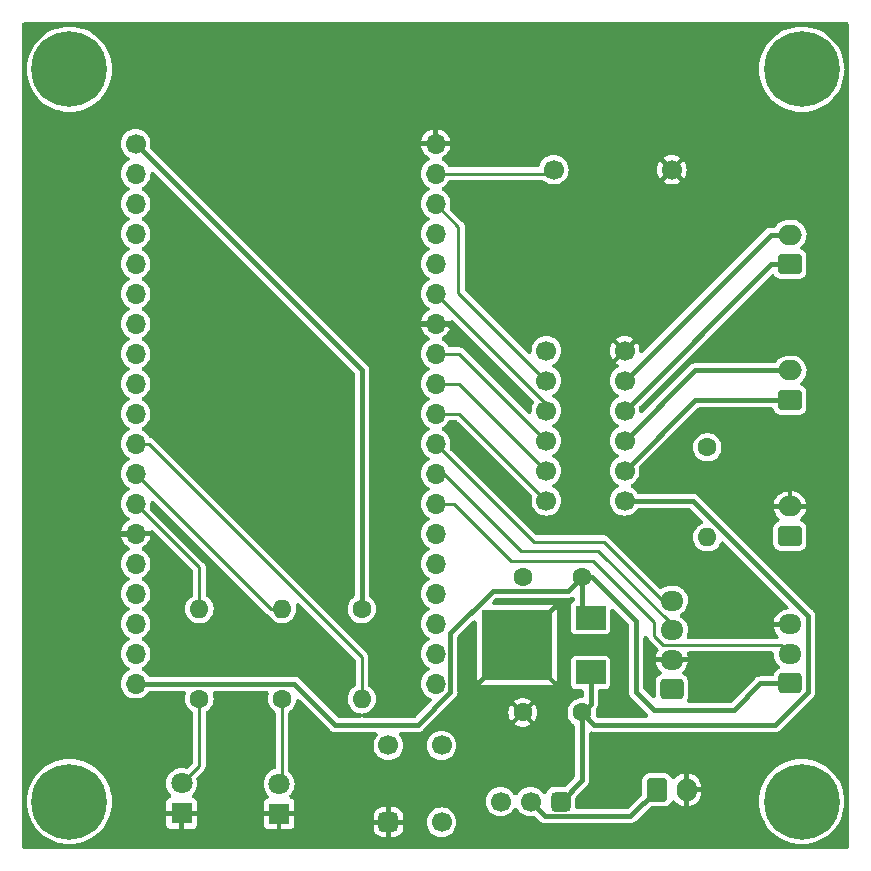
<source format=gtl>
G04 #@! TF.GenerationSoftware,KiCad,Pcbnew,7.0.8*
G04 #@! TF.CreationDate,2023-12-07T12:05:53+09:00*
G04 #@! TF.ProjectId,rat_board,7261745f-626f-4617-9264-2e6b69636164,rev?*
G04 #@! TF.SameCoordinates,Original*
G04 #@! TF.FileFunction,Copper,L1,Top*
G04 #@! TF.FilePolarity,Positive*
%FSLAX46Y46*%
G04 Gerber Fmt 4.6, Leading zero omitted, Abs format (unit mm)*
G04 Created by KiCad (PCBNEW 7.0.8) date 2023-12-07 12:05:53*
%MOMM*%
%LPD*%
G01*
G04 APERTURE LIST*
G04 Aperture macros list*
%AMRoundRect*
0 Rectangle with rounded corners*
0 $1 Rounding radius*
0 $2 $3 $4 $5 $6 $7 $8 $9 X,Y pos of 4 corners*
0 Add a 4 corners polygon primitive as box body*
4,1,4,$2,$3,$4,$5,$6,$7,$8,$9,$2,$3,0*
0 Add four circle primitives for the rounded corners*
1,1,$1+$1,$2,$3*
1,1,$1+$1,$4,$5*
1,1,$1+$1,$6,$7*
1,1,$1+$1,$8,$9*
0 Add four rect primitives between the rounded corners*
20,1,$1+$1,$2,$3,$4,$5,0*
20,1,$1+$1,$4,$5,$6,$7,0*
20,1,$1+$1,$6,$7,$8,$9,0*
20,1,$1+$1,$8,$9,$2,$3,0*%
G04 Aperture macros list end*
G04 #@! TA.AperFunction,ComponentPad*
%ADD10C,1.700000*%
G04 #@! TD*
G04 #@! TA.AperFunction,ComponentPad*
%ADD11C,1.600000*%
G04 #@! TD*
G04 #@! TA.AperFunction,ComponentPad*
%ADD12O,1.600000X1.600000*%
G04 #@! TD*
G04 #@! TA.AperFunction,ComponentPad*
%ADD13O,1.700000X1.700000*%
G04 #@! TD*
G04 #@! TA.AperFunction,ComponentPad*
%ADD14RoundRect,0.250000X0.725000X-0.600000X0.725000X0.600000X-0.725000X0.600000X-0.725000X-0.600000X0*%
G04 #@! TD*
G04 #@! TA.AperFunction,ComponentPad*
%ADD15O,1.950000X1.700000*%
G04 #@! TD*
G04 #@! TA.AperFunction,ComponentPad*
%ADD16C,6.400000*%
G04 #@! TD*
G04 #@! TA.AperFunction,ComponentPad*
%ADD17RoundRect,0.250000X0.750000X-0.600000X0.750000X0.600000X-0.750000X0.600000X-0.750000X-0.600000X0*%
G04 #@! TD*
G04 #@! TA.AperFunction,ComponentPad*
%ADD18O,2.000000X1.700000*%
G04 #@! TD*
G04 #@! TA.AperFunction,ComponentPad*
%ADD19RoundRect,0.425000X0.425000X-0.425000X0.425000X0.425000X-0.425000X0.425000X-0.425000X-0.425000X0*%
G04 #@! TD*
G04 #@! TA.AperFunction,ComponentPad*
%ADD20RoundRect,0.425000X0.425000X0.425000X-0.425000X0.425000X-0.425000X-0.425000X0.425000X-0.425000X0*%
G04 #@! TD*
G04 #@! TA.AperFunction,SMDPad,CuDef*
%ADD21R,2.500000X2.000000*%
G04 #@! TD*
G04 #@! TA.AperFunction,SMDPad,CuDef*
%ADD22R,6.000000X6.000000*%
G04 #@! TD*
G04 #@! TA.AperFunction,ComponentPad*
%ADD23R,1.800000X1.800000*%
G04 #@! TD*
G04 #@! TA.AperFunction,ComponentPad*
%ADD24C,1.800000*%
G04 #@! TD*
G04 #@! TA.AperFunction,ComponentPad*
%ADD25RoundRect,0.250000X-0.600000X-0.750000X0.600000X-0.750000X0.600000X0.750000X-0.600000X0.750000X0*%
G04 #@! TD*
G04 #@! TA.AperFunction,ComponentPad*
%ADD26O,1.700000X2.000000*%
G04 #@! TD*
G04 #@! TA.AperFunction,ViaPad*
%ADD27C,0.800000*%
G04 #@! TD*
G04 #@! TA.AperFunction,Conductor*
%ADD28C,0.400000*%
G04 #@! TD*
G04 #@! TA.AperFunction,Conductor*
%ADD29C,0.250000*%
G04 #@! TD*
G04 APERTURE END LIST*
D10*
X149000000Y-87500000D03*
X159000000Y-87500000D03*
D11*
X162000000Y-111000000D03*
D12*
X162000000Y-118620000D03*
D13*
X139000000Y-85300000D03*
X139000000Y-87840000D03*
X139000000Y-90380000D03*
X139000000Y-92920000D03*
X139000000Y-95460000D03*
X139000000Y-98000000D03*
X139000000Y-100540000D03*
X139000000Y-103080000D03*
X139000000Y-105620000D03*
X139000000Y-108160000D03*
X139000000Y-110700000D03*
X139000000Y-113240000D03*
X139000000Y-115780000D03*
X139000000Y-118320000D03*
X139000000Y-120860000D03*
X139000000Y-123400000D03*
X139000000Y-125940000D03*
X139000000Y-128480000D03*
X139000000Y-131020000D03*
X113600000Y-131020000D03*
X113600000Y-128480000D03*
X113600000Y-125940000D03*
X113600000Y-123400000D03*
X113600000Y-120860000D03*
X113600000Y-118320000D03*
X113600000Y-115780000D03*
X113600000Y-113240000D03*
X113600000Y-110700000D03*
X113600000Y-108160000D03*
X113600000Y-105620000D03*
X113600000Y-103080000D03*
X113600000Y-100540000D03*
X113600000Y-98000000D03*
X113600000Y-95460000D03*
X113600000Y-92920000D03*
X113600000Y-90380000D03*
X113600000Y-87840000D03*
D10*
X113600000Y-85300000D03*
D14*
X159000000Y-131500000D03*
D15*
X159000000Y-129000000D03*
X159000000Y-126500000D03*
X159000000Y-124000000D03*
D16*
X108000000Y-79000000D03*
D11*
X151375000Y-121950000D03*
X146375000Y-121950000D03*
D16*
X108000000Y-141000000D03*
D17*
X169000000Y-118500000D03*
D18*
X169000000Y-116000000D03*
D11*
X119000000Y-132310000D03*
D12*
X119000000Y-124690000D03*
D17*
X169000000Y-95500000D03*
D18*
X169000000Y-93000000D03*
D19*
X135000000Y-142750000D03*
D10*
X135000000Y-136250000D03*
X139500000Y-142750000D03*
X139500000Y-136250000D03*
X155000000Y-115540000D03*
X155000000Y-113000000D03*
X155000000Y-110460000D03*
X155000000Y-107920000D03*
X155000000Y-105380000D03*
X155000000Y-102840000D03*
X148380000Y-102840000D03*
X148380000Y-105380000D03*
X148380000Y-107920000D03*
X148380000Y-110460000D03*
X148380000Y-113000000D03*
X148380000Y-115540000D03*
D20*
X149580000Y-141000000D03*
D10*
X147040000Y-141000000D03*
X144500000Y-141000000D03*
D14*
X169000000Y-131000000D03*
D15*
X169000000Y-128500000D03*
X169000000Y-126000000D03*
D11*
X126000000Y-132310000D03*
D12*
X126000000Y-124690000D03*
D21*
X152125000Y-130050000D03*
D22*
X145875000Y-127750000D03*
D21*
X152125000Y-125450000D03*
D23*
X125750000Y-142040000D03*
D24*
X125750000Y-139500000D03*
D11*
X132750000Y-124690000D03*
D12*
X132750000Y-132310000D03*
D16*
X170000000Y-79000000D03*
X170000000Y-141000000D03*
D17*
X169000000Y-107000000D03*
D18*
X169000000Y-104500000D03*
D25*
X157750000Y-140000000D03*
D26*
X160250000Y-140000000D03*
D23*
X117500000Y-142000000D03*
D24*
X117500000Y-139460000D03*
D11*
X146375000Y-133450000D03*
X151375000Y-133450000D03*
D27*
X130000000Y-132000000D03*
X164000000Y-144000000D03*
X136000000Y-133000000D03*
X153000000Y-114000000D03*
X162000000Y-103000000D03*
X134000000Y-76000000D03*
X105000000Y-135000000D03*
X155000000Y-133000000D03*
X124000000Y-109000000D03*
X122000000Y-88000000D03*
X167000000Y-129000000D03*
X153000000Y-136000000D03*
X114000000Y-76000000D03*
X136000000Y-127000000D03*
X141000000Y-89500000D03*
X144000000Y-144000000D03*
X144000000Y-76000000D03*
X116000000Y-130000000D03*
X166500000Y-92000000D03*
X135000000Y-88000000D03*
X173000000Y-136000000D03*
X154000000Y-76000000D03*
X173000000Y-112000000D03*
X105000000Y-105000000D03*
X142000000Y-128000000D03*
X130000000Y-99000000D03*
X116000000Y-91000000D03*
X142500000Y-97000000D03*
X164000000Y-76000000D03*
X116000000Y-109000000D03*
X173000000Y-85000000D03*
X105000000Y-115000000D03*
X173000000Y-100000000D03*
X105000000Y-125000000D03*
X157000000Y-114000000D03*
X105000000Y-95000000D03*
X116000000Y-120000000D03*
X124000000Y-76000000D03*
X154000000Y-93000000D03*
X154000000Y-144000000D03*
X130000000Y-106000000D03*
X105000000Y-85000000D03*
X130000000Y-123000000D03*
D28*
X132750000Y-104450000D02*
X132750000Y-124690000D01*
X113600000Y-85300000D02*
X132750000Y-104450000D01*
D29*
X148660000Y-87840000D02*
X149000000Y-87500000D01*
X139000000Y-87840000D02*
X148660000Y-87840000D01*
X159000000Y-124000000D02*
X158250000Y-124000000D01*
X158250000Y-124000000D02*
X153250000Y-119000000D01*
X153250000Y-119000000D02*
X147300000Y-119000000D01*
X147300000Y-119000000D02*
X139000000Y-110700000D01*
X152750000Y-119750000D02*
X159000000Y-126000000D01*
X139000000Y-113240000D02*
X139740000Y-113240000D01*
X159000000Y-126000000D02*
X159000000Y-126500000D01*
X139740000Y-113240000D02*
X146250000Y-119750000D01*
X146250000Y-119750000D02*
X152750000Y-119750000D01*
D28*
X167420000Y-95500000D02*
X155000000Y-107920000D01*
X169000000Y-95500000D02*
X167420000Y-95500000D01*
X167380000Y-93000000D02*
X155000000Y-105380000D01*
X169000000Y-93000000D02*
X167380000Y-93000000D01*
X161000000Y-107000000D02*
X155000000Y-113000000D01*
X169000000Y-107000000D02*
X161000000Y-107000000D01*
X169000000Y-104500000D02*
X160960000Y-104500000D01*
X160960000Y-104500000D02*
X155000000Y-110460000D01*
D29*
X125050000Y-124690000D02*
X113600000Y-113240000D01*
X126000000Y-124690000D02*
X125050000Y-124690000D01*
X125610000Y-125250000D02*
X126000000Y-125250000D01*
X139000000Y-108160000D02*
X141000000Y-108160000D01*
X141000000Y-108160000D02*
X148380000Y-115540000D01*
X141000000Y-105620000D02*
X148380000Y-113000000D01*
X139000000Y-105620000D02*
X141000000Y-105620000D01*
X141000000Y-103080000D02*
X148380000Y-110460000D01*
X139000000Y-103080000D02*
X141000000Y-103080000D01*
X148380000Y-107380000D02*
X148380000Y-107920000D01*
X139000000Y-98000000D02*
X148380000Y-107380000D01*
X140935000Y-97935000D02*
X148380000Y-105380000D01*
X140935000Y-92315000D02*
X140935000Y-97935000D01*
X139000000Y-90380000D02*
X140935000Y-92315000D01*
X113600000Y-115780000D02*
X119000000Y-121180000D01*
X119000000Y-121180000D02*
X119000000Y-124690000D01*
X162120000Y-118500000D02*
X162000000Y-118620000D01*
D28*
X137540000Y-100540000D02*
X137500000Y-100500000D01*
X139000000Y-100540000D02*
X137540000Y-100540000D01*
X139000000Y-100540000D02*
X140040000Y-100540000D01*
X113600000Y-118320000D02*
X111680000Y-118320000D01*
X111680000Y-118320000D02*
X111500000Y-118500000D01*
D29*
X159000000Y-129000000D02*
X160000000Y-129000000D01*
D28*
X140040000Y-100540000D02*
X140500000Y-101000000D01*
X169000000Y-126000000D02*
X167000000Y-126000000D01*
X150175000Y-123150000D02*
X143850000Y-123150000D01*
X169000000Y-131000000D02*
X166500000Y-131000000D01*
X151375000Y-124700000D02*
X152125000Y-125450000D01*
X127020000Y-131020000D02*
X113600000Y-131020000D01*
X130500000Y-134500000D02*
X127020000Y-131020000D01*
X164250000Y-133250000D02*
X157500000Y-133250000D01*
X151375000Y-121950000D02*
X151375000Y-124700000D01*
X140250000Y-126750000D02*
X140250000Y-131750000D01*
X152200000Y-121950000D02*
X151375000Y-121950000D01*
X143850000Y-123150000D02*
X140250000Y-126750000D01*
X157500000Y-133250000D02*
X156000000Y-131750000D01*
X151375000Y-121950000D02*
X150175000Y-123150000D01*
X156000000Y-131750000D02*
X156000000Y-125750000D01*
X140250000Y-131750000D02*
X137500000Y-134500000D01*
X166500000Y-131000000D02*
X164250000Y-133250000D01*
X137500000Y-134500000D02*
X130500000Y-134500000D01*
X156000000Y-125750000D02*
X152200000Y-121950000D01*
D29*
X158283633Y-127750000D02*
X168250000Y-127750000D01*
X157500000Y-125814771D02*
X157500000Y-126966367D01*
X157500000Y-126966367D02*
X158283633Y-127750000D01*
X139000000Y-115780000D02*
X140530000Y-115780000D01*
X140530000Y-115780000D02*
X145370561Y-120620561D01*
X152305790Y-120620561D02*
X157500000Y-125814771D01*
X168250000Y-127750000D02*
X169000000Y-128500000D01*
X145370561Y-120620561D02*
X152305790Y-120620561D01*
D28*
X157750000Y-140000000D02*
X155500000Y-142250000D01*
X155500000Y-142250000D02*
X148290000Y-142250000D01*
X148290000Y-142250000D02*
X147040000Y-141000000D01*
D29*
X114700000Y-110700000D02*
X113600000Y-110700000D01*
X132750000Y-132310000D02*
X132750000Y-128750000D01*
X132750000Y-128750000D02*
X114700000Y-110700000D01*
D28*
X151375000Y-139205000D02*
X149580000Y-141000000D01*
X152425000Y-134500000D02*
X167744240Y-134500000D01*
X167744240Y-134500000D02*
X170500000Y-131744240D01*
X170500000Y-125250000D02*
X160790000Y-115540000D01*
X160790000Y-115540000D02*
X155000000Y-115540000D01*
X170500000Y-131744240D02*
X170500000Y-125250000D01*
X151375000Y-133450000D02*
X151375000Y-139205000D01*
X152125000Y-130050000D02*
X152125000Y-132700000D01*
X152125000Y-132700000D02*
X151375000Y-133450000D01*
X151375000Y-133450000D02*
X152425000Y-134500000D01*
D29*
X126000000Y-132310000D02*
X126000000Y-139250000D01*
X126000000Y-139250000D02*
X125750000Y-139500000D01*
X119000000Y-132310000D02*
X119000000Y-137960000D01*
X119000000Y-137960000D02*
X117500000Y-139460000D01*
G04 #@! TA.AperFunction,Conductor*
G36*
X167511527Y-128295207D02*
G01*
X167580768Y-128350426D01*
X167619195Y-128430218D01*
X167623984Y-128483428D01*
X167620710Y-128556330D01*
X167650925Y-128779387D01*
X167650926Y-128779391D01*
X167650927Y-128779394D01*
X167720485Y-128993470D01*
X167827147Y-129191679D01*
X167827149Y-129191682D01*
X167967489Y-129367663D01*
X167967491Y-129367664D01*
X167967492Y-129367666D01*
X168008742Y-129403705D01*
X168075375Y-129461921D01*
X168127431Y-129533571D01*
X168143245Y-129620711D01*
X168119683Y-129706082D01*
X168061414Y-129772777D01*
X168023476Y-129794416D01*
X168014600Y-129798256D01*
X167873136Y-129881917D01*
X167756917Y-129998136D01*
X167673256Y-130139600D01*
X167639433Y-130256020D01*
X167596419Y-130333436D01*
X167524075Y-130384523D01*
X167448335Y-130399500D01*
X166545894Y-130399500D01*
X166532900Y-130398648D01*
X166500000Y-130394317D01*
X166499998Y-130394317D01*
X166467104Y-130398648D01*
X166348084Y-130414318D01*
X166344102Y-130414842D01*
X166343237Y-130414956D01*
X166197159Y-130475463D01*
X166197152Y-130475467D01*
X166071719Y-130571715D01*
X166051515Y-130598044D01*
X166042926Y-130607837D01*
X164059551Y-132591214D01*
X163984563Y-132638333D01*
X163918837Y-132649500D01*
X160504587Y-132649500D01*
X160418244Y-132629793D01*
X160349003Y-132574574D01*
X160310576Y-132494782D01*
X160310576Y-132406218D01*
X160321952Y-132371472D01*
X160326740Y-132360404D01*
X160326744Y-132360398D01*
X160372598Y-132202569D01*
X160375500Y-132165694D01*
X160375500Y-130834306D01*
X160372598Y-130797431D01*
X160326744Y-130639602D01*
X160319785Y-130627835D01*
X160243082Y-130498136D01*
X160126863Y-130381917D01*
X159985399Y-130298256D01*
X159979274Y-130295606D01*
X159907860Y-130243228D01*
X159866243Y-130165051D01*
X159862668Y-130076560D01*
X159897841Y-129995281D01*
X159941345Y-129951974D01*
X159950749Y-129945141D01*
X160106233Y-129782518D01*
X160106245Y-129782503D01*
X160230193Y-129594728D01*
X160230194Y-129594727D01*
X160318623Y-129387836D01*
X160361495Y-129200000D01*
X159436102Y-129200000D01*
X159436519Y-129199351D01*
X159475000Y-129068295D01*
X159475000Y-128931705D01*
X159436519Y-128800649D01*
X159436102Y-128800000D01*
X160359323Y-128800000D01*
X160348584Y-128720726D01*
X160348581Y-128720713D01*
X160288563Y-128535994D01*
X160280624Y-128447787D01*
X160311743Y-128364871D01*
X160375756Y-128303669D01*
X160459985Y-128276301D01*
X160477823Y-128275500D01*
X167425184Y-128275500D01*
X167511527Y-128295207D01*
G37*
G04 #@! TD.AperFunction*
G04 #@! TA.AperFunction,Conductor*
G36*
X156923574Y-127014334D02*
G01*
X156978793Y-127083575D01*
X156984207Y-127097916D01*
X156993310Y-127118875D01*
X157004121Y-127151024D01*
X157006542Y-127160958D01*
X157006545Y-127160965D01*
X157026233Y-127195981D01*
X157030768Y-127205111D01*
X157037801Y-127221302D01*
X157046781Y-127241976D01*
X157052902Y-127249500D01*
X157053233Y-127249906D01*
X157072329Y-127277964D01*
X157077342Y-127286879D01*
X157105765Y-127315302D01*
X157112579Y-127322852D01*
X157137946Y-127354032D01*
X157146301Y-127359929D01*
X157172256Y-127381793D01*
X157824343Y-128033880D01*
X157871462Y-128108868D01*
X157881378Y-128196875D01*
X157852127Y-128280468D01*
X157849710Y-128284222D01*
X157769803Y-128405276D01*
X157681376Y-128612163D01*
X157638504Y-128799999D01*
X157638505Y-128800000D01*
X158563898Y-128800000D01*
X158563481Y-128800649D01*
X158525000Y-128931705D01*
X158525000Y-129068295D01*
X158563481Y-129199351D01*
X158563898Y-129200000D01*
X157640676Y-129200000D01*
X157651415Y-129279273D01*
X157651418Y-129279286D01*
X157720942Y-129493263D01*
X157827569Y-129691407D01*
X157967851Y-129867316D01*
X158075883Y-129961700D01*
X158127940Y-130033349D01*
X158143754Y-130120489D01*
X158120193Y-130205861D01*
X158061924Y-130272556D01*
X158023983Y-130294197D01*
X158014599Y-130298257D01*
X157873136Y-130381917D01*
X157756917Y-130498136D01*
X157673256Y-130639600D01*
X157627402Y-130797430D01*
X157624500Y-130834308D01*
X157624500Y-132044837D01*
X157604793Y-132131180D01*
X157549574Y-132200421D01*
X157469782Y-132238848D01*
X157381218Y-132238848D01*
X157301426Y-132200421D01*
X157284786Y-132185551D01*
X156658786Y-131559551D01*
X156611667Y-131484563D01*
X156600500Y-131418837D01*
X156600500Y-127169918D01*
X156620207Y-127083575D01*
X156675426Y-127014334D01*
X156755218Y-126975907D01*
X156843782Y-126975907D01*
X156923574Y-127014334D01*
G37*
G04 #@! TD.AperFunction*
G04 #@! TA.AperFunction,Conductor*
G36*
X140513905Y-100267124D02*
G01*
X140556196Y-100299366D01*
X147280376Y-107023545D01*
X147327495Y-107098533D01*
X147337411Y-107186540D01*
X147308160Y-107270133D01*
X147302676Y-107278397D01*
X147292897Y-107292362D01*
X147292896Y-107292363D01*
X147200426Y-107490665D01*
X147200424Y-107490671D01*
X147143793Y-107702020D01*
X147143792Y-107702027D01*
X147124723Y-107920000D01*
X147128993Y-107968811D01*
X147116885Y-108056543D01*
X147067911Y-108130333D01*
X146991771Y-108175567D01*
X146903544Y-108183285D01*
X146820706Y-108151958D01*
X146790036Y-108126867D01*
X144107018Y-105443849D01*
X141377940Y-102714771D01*
X141334755Y-102668531D01*
X141334754Y-102668530D01*
X141326234Y-102663349D01*
X141300407Y-102647643D01*
X141291994Y-102641917D01*
X141259976Y-102617636D01*
X141250451Y-102613880D01*
X141220071Y-102598790D01*
X141211328Y-102593474D01*
X141172644Y-102582635D01*
X141162984Y-102579386D01*
X141125591Y-102564641D01*
X141125588Y-102564640D01*
X141115407Y-102563594D01*
X141082079Y-102557260D01*
X141072228Y-102554500D01*
X141072227Y-102554500D01*
X141032045Y-102554500D01*
X141021864Y-102553978D01*
X140981892Y-102549869D01*
X140981889Y-102549869D01*
X140971809Y-102551607D01*
X140938000Y-102554500D01*
X140260964Y-102554500D01*
X140174621Y-102534793D01*
X140105380Y-102479574D01*
X140088625Y-102455000D01*
X140087103Y-102452364D01*
X140060974Y-102415048D01*
X139961598Y-102273123D01*
X139806877Y-102118402D01*
X139806876Y-102118401D01*
X139806875Y-102118400D01*
X139627642Y-101992900D01*
X139627641Y-101992899D01*
X139627639Y-101992898D01*
X139621586Y-101990075D01*
X139551664Y-101935723D01*
X139512249Y-101856414D01*
X139511148Y-101767857D01*
X139548579Y-101687593D01*
X139617128Y-101631518D01*
X139621608Y-101629361D01*
X139627393Y-101626663D01*
X139806555Y-101501212D01*
X139961212Y-101346555D01*
X140086665Y-101167391D01*
X140086667Y-101167388D01*
X140179104Y-100969153D01*
X140179105Y-100969151D01*
X140235710Y-100757894D01*
X140235712Y-100757883D01*
X140237277Y-100740000D01*
X139462383Y-100740000D01*
X139500000Y-100611889D01*
X139500000Y-100468111D01*
X139462383Y-100340000D01*
X140237276Y-100340000D01*
X140268763Y-100305638D01*
X140341625Y-100255293D01*
X140429116Y-100241548D01*
X140513905Y-100267124D01*
G37*
G04 #@! TD.AperFunction*
G04 #@! TA.AperFunction,Conductor*
G36*
X107999612Y-75018764D02*
G01*
X108003570Y-75015934D01*
X108080411Y-75000500D01*
X169919589Y-75000500D01*
X169999612Y-75018764D01*
X170003570Y-75015934D01*
X170080411Y-75000500D01*
X173800500Y-75000500D01*
X173886843Y-75020207D01*
X173956084Y-75075426D01*
X173994511Y-75155218D01*
X173999500Y-75199500D01*
X173999500Y-78919588D01*
X173981235Y-78999611D01*
X173984066Y-79003570D01*
X173999500Y-79080411D01*
X173999500Y-140919588D01*
X173981235Y-140999611D01*
X173984066Y-141003570D01*
X173999500Y-141080411D01*
X173999500Y-144800500D01*
X173979793Y-144886843D01*
X173924574Y-144956084D01*
X173844782Y-144994511D01*
X173800500Y-144999500D01*
X170080411Y-144999500D01*
X170000387Y-144981235D01*
X169996430Y-144984066D01*
X169919589Y-144999500D01*
X108080411Y-144999500D01*
X108000387Y-144981235D01*
X107996430Y-144984066D01*
X107919589Y-144999500D01*
X104199500Y-144999500D01*
X104113157Y-144979793D01*
X104043916Y-144924574D01*
X104005489Y-144844782D01*
X104000500Y-144800500D01*
X104000500Y-141080411D01*
X104018764Y-141000387D01*
X104015934Y-140996429D01*
X104015920Y-140996357D01*
X104379379Y-140996357D01*
X104398227Y-141069996D01*
X104414308Y-141376855D01*
X104414309Y-141376869D01*
X104473345Y-141749605D01*
X104473349Y-141749622D01*
X104571019Y-142114136D01*
X104571023Y-142114147D01*
X104706260Y-142466452D01*
X104706270Y-142466473D01*
X104850734Y-142750001D01*
X104877597Y-142802721D01*
X105083137Y-143119225D01*
X105320635Y-143412511D01*
X105587489Y-143679365D01*
X105880775Y-143916863D01*
X106197279Y-144122403D01*
X106533535Y-144293734D01*
X106533542Y-144293736D01*
X106533547Y-144293739D01*
X106885852Y-144428976D01*
X106885863Y-144428980D01*
X107086475Y-144482733D01*
X107250387Y-144526653D01*
X107623129Y-144585690D01*
X107623132Y-144585690D01*
X107623144Y-144585691D01*
X107930004Y-144601773D01*
X107996358Y-144620620D01*
X108069996Y-144601773D01*
X108376855Y-144585691D01*
X108376863Y-144585690D01*
X108376871Y-144585690D01*
X108749613Y-144526653D01*
X109114143Y-144428978D01*
X109466465Y-144293734D01*
X109802721Y-144122403D01*
X110119225Y-143916863D01*
X110412511Y-143679365D01*
X110679365Y-143412511D01*
X110916863Y-143119225D01*
X111122403Y-142802721D01*
X111293734Y-142466465D01*
X111428978Y-142114143D01*
X111526653Y-141749613D01*
X111585690Y-141376871D01*
X111587032Y-141351259D01*
X111605441Y-141000005D01*
X111605441Y-140999994D01*
X111585691Y-140623144D01*
X111585690Y-140623130D01*
X111572594Y-140540448D01*
X111526653Y-140250387D01*
X111469851Y-140038398D01*
X111428980Y-139885863D01*
X111428976Y-139885852D01*
X111293739Y-139533547D01*
X111293736Y-139533542D01*
X111293734Y-139533535D01*
X111206211Y-139361762D01*
X111122404Y-139197281D01*
X111122400Y-139197274D01*
X110916861Y-138880772D01*
X110679364Y-138587488D01*
X110412511Y-138320635D01*
X110213963Y-138159854D01*
X110119225Y-138083137D01*
X109802721Y-137877597D01*
X109802718Y-137877595D01*
X109466473Y-137706270D01*
X109466452Y-137706260D01*
X109114147Y-137571023D01*
X109114136Y-137571019D01*
X108749622Y-137473349D01*
X108749605Y-137473345D01*
X108376869Y-137414309D01*
X108376855Y-137414308D01*
X108000005Y-137394559D01*
X107999995Y-137394559D01*
X107623144Y-137414308D01*
X107623130Y-137414309D01*
X107250394Y-137473345D01*
X107250377Y-137473349D01*
X106885863Y-137571019D01*
X106885852Y-137571023D01*
X106533547Y-137706260D01*
X106533526Y-137706270D01*
X106197281Y-137877595D01*
X106197274Y-137877599D01*
X105880772Y-138083138D01*
X105587488Y-138320635D01*
X105320635Y-138587488D01*
X105083138Y-138880772D01*
X104877599Y-139197274D01*
X104877595Y-139197281D01*
X104706270Y-139533526D01*
X104706260Y-139533547D01*
X104571023Y-139885852D01*
X104571019Y-139885863D01*
X104473349Y-140250377D01*
X104473345Y-140250394D01*
X104414309Y-140623130D01*
X104414308Y-140623144D01*
X104398227Y-140930003D01*
X104379379Y-140996357D01*
X104015920Y-140996357D01*
X104000500Y-140919588D01*
X104000500Y-131020000D01*
X112344723Y-131020000D01*
X112363792Y-131237972D01*
X112363793Y-131237979D01*
X112420424Y-131449328D01*
X112420427Y-131449335D01*
X112512897Y-131647638D01*
X112512899Y-131647642D01*
X112638403Y-131826879D01*
X112793120Y-131981596D01*
X112972357Y-132107100D01*
X112972361Y-132107102D01*
X113170670Y-132199575D01*
X113382023Y-132256207D01*
X113600000Y-132275277D01*
X113817977Y-132256207D01*
X114029330Y-132199575D01*
X114227639Y-132107102D01*
X114406877Y-131981598D01*
X114561598Y-131826877D01*
X114646687Y-131705358D01*
X114712354Y-131645934D01*
X114797302Y-131620886D01*
X114809698Y-131620500D01*
X117684514Y-131620500D01*
X117770857Y-131640207D01*
X117840098Y-131695426D01*
X117878525Y-131775218D01*
X117878525Y-131863782D01*
X117875917Y-131873959D01*
X117814885Y-132088460D01*
X117814885Y-132088464D01*
X117794357Y-132309998D01*
X117794357Y-132310001D01*
X117799987Y-132370754D01*
X117809197Y-132470157D01*
X117814885Y-132531535D01*
X117814885Y-132531539D01*
X117862817Y-132700000D01*
X117875771Y-132745528D01*
X117974141Y-132943082D01*
X117974941Y-132944687D01*
X117974945Y-132944694D01*
X118109015Y-133122231D01*
X118109019Y-133122236D01*
X118273438Y-133272124D01*
X118380260Y-133338265D01*
X118443295Y-133400473D01*
X118473097Y-133483872D01*
X118474500Y-133507458D01*
X118474500Y-137659902D01*
X118454793Y-137746245D01*
X118416214Y-137800616D01*
X118056975Y-138159854D01*
X117981986Y-138206973D01*
X117893980Y-138216889D01*
X117864756Y-138211359D01*
X117861434Y-138210469D01*
X117802270Y-138194616D01*
X117726700Y-138174367D01*
X117726692Y-138174365D01*
X117500000Y-138154532D01*
X117273307Y-138174365D01*
X117273295Y-138174367D01*
X117053509Y-138233258D01*
X116847266Y-138329432D01*
X116660858Y-138459955D01*
X116499955Y-138620858D01*
X116369432Y-138807266D01*
X116273258Y-139013509D01*
X116214367Y-139233295D01*
X116214365Y-139233307D01*
X116194532Y-139460000D01*
X116214365Y-139686692D01*
X116214367Y-139686704D01*
X116273258Y-139906490D01*
X116273261Y-139906496D01*
X116369432Y-140112734D01*
X116499953Y-140299139D01*
X116499954Y-140299140D01*
X116499955Y-140299141D01*
X116579211Y-140378397D01*
X116626330Y-140453385D01*
X116636246Y-140541392D01*
X116606995Y-140624985D01*
X116544371Y-140687609D01*
X116489203Y-140708316D01*
X116489749Y-140709994D01*
X116474852Y-140714834D01*
X116361954Y-140772358D01*
X116272358Y-140861954D01*
X116214835Y-140974849D01*
X116214834Y-140974851D01*
X116200000Y-141068519D01*
X116200000Y-141800000D01*
X117095855Y-141800000D01*
X117076375Y-141833740D01*
X117046190Y-141965992D01*
X117056327Y-142101265D01*
X117095078Y-142200000D01*
X116200001Y-142200000D01*
X116200001Y-142931476D01*
X116214835Y-143025149D01*
X116272358Y-143138045D01*
X116361954Y-143227641D01*
X116474849Y-143285164D01*
X116474851Y-143285165D01*
X116568518Y-143299999D01*
X117299999Y-143299999D01*
X117300000Y-143299998D01*
X117300000Y-142408279D01*
X117302547Y-142410016D01*
X117432173Y-142450000D01*
X117533724Y-142450000D01*
X117634138Y-142434865D01*
X117700000Y-142403147D01*
X117700000Y-143299999D01*
X118431477Y-143299999D01*
X118525149Y-143285164D01*
X118638045Y-143227641D01*
X118727641Y-143138045D01*
X118785164Y-143025150D01*
X118785165Y-143025148D01*
X118800000Y-142931480D01*
X118800000Y-142200000D01*
X117904145Y-142200000D01*
X117923625Y-142166260D01*
X117953810Y-142034008D01*
X117943673Y-141898735D01*
X117904922Y-141800000D01*
X118799999Y-141800000D01*
X118799999Y-141068523D01*
X118785164Y-140974850D01*
X118727641Y-140861954D01*
X118638045Y-140772358D01*
X118525150Y-140714835D01*
X118510255Y-140709996D01*
X118510945Y-140707870D01*
X118448171Y-140682688D01*
X118388421Y-140617317D01*
X118362952Y-140532495D01*
X118376807Y-140445022D01*
X118420786Y-140378399D01*
X118500047Y-140299139D01*
X118630568Y-140112734D01*
X118726739Y-139906496D01*
X118732270Y-139885857D01*
X118785632Y-139686704D01*
X118785632Y-139686701D01*
X118785635Y-139686692D01*
X118805468Y-139460000D01*
X118785635Y-139233308D01*
X118748639Y-139095239D01*
X118745328Y-139006741D01*
X118780744Y-138925567D01*
X118800139Y-138903029D01*
X119365228Y-138337940D01*
X119411469Y-138294755D01*
X119432359Y-138260401D01*
X119438070Y-138252009D01*
X119462364Y-138219975D01*
X119466114Y-138210463D01*
X119481208Y-138180072D01*
X119486526Y-138171328D01*
X119497365Y-138132637D01*
X119500610Y-138122987D01*
X119515359Y-138085589D01*
X119516404Y-138075418D01*
X119522742Y-138042069D01*
X119525500Y-138032228D01*
X119525500Y-137992046D01*
X119526022Y-137981865D01*
X119527132Y-137971062D01*
X119530131Y-137941891D01*
X119528393Y-137931808D01*
X119525500Y-137898001D01*
X119525500Y-133507458D01*
X119545207Y-133421115D01*
X119600426Y-133351874D01*
X119619735Y-133338267D01*
X119726562Y-133272124D01*
X119890981Y-133122236D01*
X120025058Y-132944689D01*
X120124229Y-132745528D01*
X120185115Y-132531536D01*
X120205643Y-132310000D01*
X120185115Y-132088464D01*
X120160475Y-132001865D01*
X120124083Y-131873959D01*
X120119409Y-131785519D01*
X120153570Y-131703810D01*
X120219801Y-131645014D01*
X120304983Y-131620777D01*
X120315486Y-131620500D01*
X124684514Y-131620500D01*
X124770857Y-131640207D01*
X124840098Y-131695426D01*
X124878525Y-131775218D01*
X124878525Y-131863782D01*
X124875917Y-131873959D01*
X124814885Y-132088460D01*
X124814885Y-132088464D01*
X124794357Y-132309998D01*
X124794357Y-132310001D01*
X124799987Y-132370754D01*
X124809197Y-132470157D01*
X124814885Y-132531535D01*
X124814885Y-132531539D01*
X124862817Y-132700000D01*
X124875771Y-132745528D01*
X124974141Y-132943082D01*
X124974941Y-132944687D01*
X124974945Y-132944694D01*
X125109015Y-133122231D01*
X125109019Y-133122236D01*
X125273438Y-133272124D01*
X125380260Y-133338265D01*
X125443295Y-133400473D01*
X125473097Y-133483872D01*
X125474500Y-133507458D01*
X125474500Y-138074744D01*
X125454793Y-138161087D01*
X125399574Y-138230328D01*
X125327011Y-138266962D01*
X125303502Y-138273261D01*
X125097266Y-138369432D01*
X124910858Y-138499955D01*
X124749955Y-138660858D01*
X124619432Y-138847266D01*
X124523258Y-139053509D01*
X124464367Y-139273295D01*
X124464365Y-139273307D01*
X124444532Y-139500000D01*
X124464365Y-139726692D01*
X124464367Y-139726704D01*
X124523258Y-139946490D01*
X124523261Y-139946496D01*
X124619432Y-140152734D01*
X124749953Y-140339139D01*
X124749954Y-140339140D01*
X124749955Y-140339141D01*
X124829211Y-140418397D01*
X124876330Y-140493385D01*
X124886246Y-140581392D01*
X124856995Y-140664985D01*
X124794371Y-140727609D01*
X124739203Y-140748316D01*
X124739749Y-140749994D01*
X124724852Y-140754834D01*
X124611954Y-140812358D01*
X124522358Y-140901954D01*
X124464835Y-141014849D01*
X124464834Y-141014851D01*
X124450000Y-141108519D01*
X124450000Y-141840000D01*
X125345855Y-141840000D01*
X125326375Y-141873740D01*
X125296190Y-142005992D01*
X125306327Y-142141265D01*
X125345078Y-142240000D01*
X124450001Y-142240000D01*
X124450001Y-142971476D01*
X124464835Y-143065149D01*
X124522358Y-143178045D01*
X124611954Y-143267641D01*
X124724849Y-143325164D01*
X124724851Y-143325165D01*
X124818518Y-143339999D01*
X125549999Y-143339999D01*
X125550000Y-143339998D01*
X125550000Y-142448279D01*
X125552547Y-142450016D01*
X125682173Y-142490000D01*
X125783724Y-142490000D01*
X125884138Y-142474865D01*
X125950000Y-142443147D01*
X125950000Y-143339999D01*
X126681477Y-143339999D01*
X126775149Y-143325164D01*
X126888045Y-143267641D01*
X126908941Y-143246745D01*
X133750000Y-143246745D01*
X133752731Y-143287029D01*
X133752732Y-143287033D01*
X133796040Y-143461175D01*
X133875768Y-143621934D01*
X133875774Y-143621944D01*
X133988195Y-143761802D01*
X133988197Y-143761804D01*
X134128055Y-143874225D01*
X134128065Y-143874231D01*
X134288824Y-143953959D01*
X134462966Y-143997267D01*
X134462970Y-143997268D01*
X134503255Y-144000000D01*
X134800000Y-144000000D01*
X134800000Y-143208335D01*
X134857685Y-143234680D01*
X134964237Y-143250000D01*
X135035763Y-143250000D01*
X135142315Y-143234680D01*
X135200000Y-143208335D01*
X135200000Y-144000000D01*
X135496745Y-144000000D01*
X135537029Y-143997268D01*
X135537033Y-143997267D01*
X135711175Y-143953959D01*
X135871934Y-143874231D01*
X135871944Y-143874225D01*
X136011802Y-143761804D01*
X136011804Y-143761802D01*
X136124225Y-143621944D01*
X136124231Y-143621934D01*
X136203959Y-143461175D01*
X136247267Y-143287033D01*
X136247268Y-143287029D01*
X136250000Y-143246745D01*
X136250000Y-142950000D01*
X135462383Y-142950000D01*
X135500000Y-142821889D01*
X135500000Y-142750000D01*
X138244723Y-142750000D01*
X138263792Y-142967972D01*
X138263793Y-142967979D01*
X138320424Y-143179328D01*
X138320427Y-143179335D01*
X138412897Y-143377638D01*
X138412899Y-143377642D01*
X138538403Y-143556879D01*
X138693120Y-143711596D01*
X138872357Y-143837100D01*
X138872361Y-143837102D01*
X139070670Y-143929575D01*
X139282023Y-143986207D01*
X139500000Y-144005277D01*
X139717977Y-143986207D01*
X139929330Y-143929575D01*
X140127639Y-143837102D01*
X140306877Y-143711598D01*
X140461598Y-143556877D01*
X140587102Y-143377639D01*
X140679575Y-143179330D01*
X140736207Y-142967977D01*
X140755277Y-142750000D01*
X140736207Y-142532023D01*
X140679575Y-142320670D01*
X140661419Y-142281735D01*
X140587103Y-142122364D01*
X140581349Y-142114147D01*
X140461598Y-141943123D01*
X140306877Y-141788402D01*
X140306876Y-141788401D01*
X140306875Y-141788400D01*
X140127642Y-141662899D01*
X140127638Y-141662897D01*
X139929335Y-141570427D01*
X139929328Y-141570424D01*
X139717979Y-141513793D01*
X139717972Y-141513792D01*
X139500000Y-141494723D01*
X139282027Y-141513792D01*
X139282020Y-141513793D01*
X139070671Y-141570424D01*
X139070665Y-141570426D01*
X138872364Y-141662896D01*
X138693127Y-141788398D01*
X138693119Y-141788405D01*
X138538405Y-141943119D01*
X138538398Y-141943127D01*
X138412896Y-142122364D01*
X138320426Y-142320665D01*
X138320424Y-142320671D01*
X138263793Y-142532020D01*
X138263792Y-142532027D01*
X138244723Y-142750000D01*
X135500000Y-142750000D01*
X135500000Y-142678111D01*
X135462383Y-142550000D01*
X136250000Y-142550000D01*
X136250000Y-142253255D01*
X136247268Y-142212970D01*
X136247267Y-142212966D01*
X136203959Y-142038824D01*
X136124231Y-141878065D01*
X136124225Y-141878055D01*
X136011804Y-141738197D01*
X136011802Y-141738195D01*
X135871944Y-141625774D01*
X135871934Y-141625768D01*
X135711175Y-141546040D01*
X135537033Y-141502732D01*
X135537029Y-141502731D01*
X135496745Y-141500000D01*
X135200000Y-141500000D01*
X135200000Y-142291664D01*
X135142315Y-142265320D01*
X135035763Y-142250000D01*
X134964237Y-142250000D01*
X134857685Y-142265320D01*
X134800000Y-142291664D01*
X134800000Y-141500000D01*
X134503255Y-141500000D01*
X134462970Y-141502731D01*
X134462966Y-141502732D01*
X134288824Y-141546040D01*
X134128065Y-141625768D01*
X134128055Y-141625774D01*
X133988197Y-141738195D01*
X133988195Y-141738197D01*
X133875774Y-141878055D01*
X133875768Y-141878065D01*
X133796040Y-142038824D01*
X133752732Y-142212966D01*
X133752731Y-142212970D01*
X133750000Y-142253255D01*
X133750000Y-142550000D01*
X134537617Y-142550000D01*
X134500000Y-142678111D01*
X134500000Y-142821889D01*
X134537617Y-142950000D01*
X133750000Y-142950000D01*
X133750000Y-143246745D01*
X126908941Y-143246745D01*
X126977641Y-143178045D01*
X127035164Y-143065150D01*
X127035165Y-143065148D01*
X127050000Y-142971480D01*
X127050000Y-142240000D01*
X126154145Y-142240000D01*
X126173625Y-142206260D01*
X126203810Y-142074008D01*
X126193673Y-141938735D01*
X126154922Y-141840000D01*
X127049999Y-141840000D01*
X127049999Y-141108523D01*
X127035164Y-141014850D01*
X126977641Y-140901954D01*
X126888045Y-140812358D01*
X126775150Y-140754835D01*
X126760255Y-140749996D01*
X126760945Y-140747870D01*
X126698171Y-140722688D01*
X126638421Y-140657317D01*
X126612952Y-140572495D01*
X126626807Y-140485022D01*
X126670786Y-140418399D01*
X126750047Y-140339139D01*
X126880568Y-140152734D01*
X126976739Y-139946496D01*
X126981666Y-139928111D01*
X127035632Y-139726704D01*
X127035632Y-139726701D01*
X127035635Y-139726692D01*
X127055468Y-139500000D01*
X127035635Y-139273308D01*
X127035632Y-139273295D01*
X126976741Y-139053509D01*
X126963098Y-139024251D01*
X126880568Y-138847266D01*
X126750047Y-138660861D01*
X126589139Y-138499953D01*
X126589138Y-138499952D01*
X126583785Y-138494599D01*
X126536667Y-138419610D01*
X126525500Y-138353885D01*
X126525500Y-133507458D01*
X126545207Y-133421115D01*
X126600426Y-133351874D01*
X126619735Y-133338267D01*
X126726562Y-133272124D01*
X126890981Y-133122236D01*
X127025058Y-132944689D01*
X127124229Y-132745528D01*
X127185115Y-132531536D01*
X127188165Y-132498618D01*
X127215754Y-132414462D01*
X127277126Y-132350611D01*
X127360123Y-132319710D01*
X127448309Y-132327881D01*
X127524216Y-132373506D01*
X127527030Y-132376265D01*
X130042939Y-134892174D01*
X130051514Y-134901952D01*
X130071718Y-134928282D01*
X130158306Y-134994723D01*
X130197159Y-135024536D01*
X130343238Y-135085044D01*
X130500000Y-135105682D01*
X130521384Y-135102866D01*
X130532893Y-135101352D01*
X130545893Y-135100500D01*
X133900597Y-135100500D01*
X133986940Y-135120207D01*
X134056181Y-135175426D01*
X134094608Y-135255218D01*
X134094608Y-135343782D01*
X134056181Y-135423574D01*
X134041311Y-135440214D01*
X134038405Y-135443119D01*
X134038398Y-135443127D01*
X133912896Y-135622364D01*
X133820426Y-135820665D01*
X133820424Y-135820671D01*
X133763793Y-136032020D01*
X133763792Y-136032027D01*
X133744723Y-136250000D01*
X133763792Y-136467972D01*
X133763793Y-136467979D01*
X133820424Y-136679328D01*
X133820427Y-136679335D01*
X133912897Y-136877638D01*
X133912899Y-136877642D01*
X134038403Y-137056879D01*
X134193120Y-137211596D01*
X134372357Y-137337100D01*
X134372361Y-137337102D01*
X134570670Y-137429575D01*
X134782023Y-137486207D01*
X135000000Y-137505277D01*
X135217977Y-137486207D01*
X135429330Y-137429575D01*
X135627639Y-137337102D01*
X135806877Y-137211598D01*
X135961598Y-137056877D01*
X136087102Y-136877639D01*
X136179575Y-136679330D01*
X136236207Y-136467977D01*
X136255277Y-136250000D01*
X138244723Y-136250000D01*
X138263792Y-136467972D01*
X138263793Y-136467979D01*
X138320424Y-136679328D01*
X138320427Y-136679335D01*
X138412897Y-136877638D01*
X138412899Y-136877642D01*
X138538403Y-137056879D01*
X138693120Y-137211596D01*
X138872357Y-137337100D01*
X138872361Y-137337102D01*
X139070670Y-137429575D01*
X139282023Y-137486207D01*
X139500000Y-137505277D01*
X139717977Y-137486207D01*
X139929330Y-137429575D01*
X140127639Y-137337102D01*
X140306877Y-137211598D01*
X140461598Y-137056877D01*
X140587102Y-136877639D01*
X140679575Y-136679330D01*
X140736207Y-136467977D01*
X140755277Y-136250000D01*
X140736207Y-136032023D01*
X140679575Y-135820670D01*
X140587102Y-135622362D01*
X140461598Y-135443123D01*
X140306877Y-135288402D01*
X140306876Y-135288401D01*
X140306875Y-135288400D01*
X140127642Y-135162899D01*
X140127638Y-135162897D01*
X139929335Y-135070427D01*
X139929328Y-135070424D01*
X139717979Y-135013793D01*
X139717972Y-135013792D01*
X139500000Y-134994723D01*
X139282027Y-135013792D01*
X139282020Y-135013793D01*
X139070671Y-135070424D01*
X139070665Y-135070426D01*
X138872364Y-135162896D01*
X138693127Y-135288398D01*
X138693119Y-135288405D01*
X138538405Y-135443119D01*
X138538398Y-135443127D01*
X138412896Y-135622364D01*
X138320426Y-135820665D01*
X138320424Y-135820671D01*
X138263793Y-136032020D01*
X138263792Y-136032027D01*
X138244723Y-136250000D01*
X136255277Y-136250000D01*
X136236207Y-136032023D01*
X136179575Y-135820670D01*
X136087102Y-135622362D01*
X135961598Y-135443123D01*
X135958689Y-135440214D01*
X135957296Y-135437997D01*
X135956017Y-135436473D01*
X135956227Y-135436296D01*
X135911570Y-135365226D01*
X135901654Y-135277219D01*
X135930905Y-135193626D01*
X135993529Y-135131002D01*
X136077122Y-135101751D01*
X136099403Y-135100500D01*
X137454107Y-135100500D01*
X137467107Y-135101352D01*
X137479873Y-135103032D01*
X137500000Y-135105682D01*
X137656762Y-135085044D01*
X137802841Y-135024536D01*
X137841694Y-134994723D01*
X137928282Y-134928282D01*
X137948486Y-134901950D01*
X137957060Y-134892173D01*
X139399233Y-133450000D01*
X145169859Y-133450000D01*
X145190378Y-133671439D01*
X145190379Y-133671442D01*
X145251240Y-133885351D01*
X145350365Y-134084421D01*
X145350368Y-134084426D01*
X145396560Y-134145595D01*
X145986714Y-133555442D01*
X145989835Y-133575148D01*
X146047359Y-133688045D01*
X146136955Y-133777641D01*
X146249852Y-133835165D01*
X146269556Y-133838285D01*
X145678001Y-134429840D01*
X145837817Y-134528795D01*
X146045195Y-134609135D01*
X146263807Y-134650000D01*
X146486192Y-134650000D01*
X146704804Y-134609135D01*
X146912180Y-134528796D01*
X147071998Y-134429841D01*
X147071998Y-134429840D01*
X146480443Y-133838285D01*
X146500148Y-133835165D01*
X146613045Y-133777641D01*
X146702641Y-133688045D01*
X146760165Y-133575148D01*
X146763285Y-133555443D01*
X147353437Y-134145595D01*
X147399633Y-134084422D01*
X147498759Y-133885351D01*
X147559620Y-133671442D01*
X147559621Y-133671439D01*
X147580141Y-133450000D01*
X147580141Y-133449999D01*
X147559621Y-133228560D01*
X147559620Y-133228557D01*
X147498761Y-133014653D01*
X147399632Y-132815576D01*
X147353437Y-132754403D01*
X146763285Y-133344555D01*
X146760165Y-133324852D01*
X146702641Y-133211955D01*
X146613045Y-133122359D01*
X146500148Y-133064835D01*
X146480443Y-133061714D01*
X147071998Y-132470158D01*
X147071997Y-132470157D01*
X146912184Y-132371205D01*
X146912185Y-132371205D01*
X146704804Y-132290864D01*
X146486193Y-132250000D01*
X146263807Y-132250000D01*
X146045195Y-132290864D01*
X145837819Y-132371203D01*
X145678001Y-132470158D01*
X146269557Y-133061714D01*
X146249852Y-133064835D01*
X146136955Y-133122359D01*
X146047359Y-133211955D01*
X145989835Y-133324852D01*
X145986714Y-133344557D01*
X145396561Y-132754404D01*
X145350365Y-132815578D01*
X145251240Y-133014648D01*
X145190379Y-133228557D01*
X145190378Y-133228560D01*
X145169859Y-133449999D01*
X145169859Y-133450000D01*
X139399233Y-133450000D01*
X140642173Y-132207060D01*
X140651950Y-132198486D01*
X140678282Y-132178282D01*
X140774536Y-132052841D01*
X140835044Y-131906762D01*
X140850500Y-131789361D01*
X140855682Y-131750000D01*
X140851352Y-131717106D01*
X140850500Y-131704106D01*
X140850500Y-131138284D01*
X142769556Y-131138284D01*
X142843520Y-131149999D01*
X148906480Y-131149999D01*
X148980441Y-131138285D01*
X148980442Y-131138284D01*
X145875001Y-128032843D01*
X145875000Y-128032843D01*
X142769556Y-131138284D01*
X140850500Y-131138284D01*
X140850500Y-127081162D01*
X140870207Y-126994819D01*
X140908783Y-126940451D01*
X142135288Y-125713946D01*
X142210274Y-125666829D01*
X142298281Y-125656913D01*
X142381874Y-125686164D01*
X142444498Y-125748788D01*
X142473749Y-125832381D01*
X142475000Y-125854662D01*
X142475000Y-130781475D01*
X142486714Y-130855441D01*
X142486715Y-130855441D01*
X145592156Y-127750001D01*
X146157843Y-127750001D01*
X149263284Y-130855442D01*
X149274999Y-130781483D01*
X149274999Y-124718519D01*
X149263285Y-124644557D01*
X146157843Y-127749999D01*
X146157843Y-127750001D01*
X145592156Y-127750001D01*
X145875000Y-127467157D01*
X148980442Y-124361714D01*
X148980441Y-124361713D01*
X148906481Y-124350000D01*
X143979663Y-124350000D01*
X143893320Y-124330293D01*
X143824079Y-124275074D01*
X143785652Y-124195282D01*
X143785652Y-124106718D01*
X143824079Y-124026926D01*
X143838949Y-124010286D01*
X144040449Y-123808786D01*
X144115437Y-123761667D01*
X144181163Y-123750500D01*
X150129107Y-123750500D01*
X150142107Y-123751352D01*
X150154873Y-123753032D01*
X150175000Y-123755682D01*
X150331762Y-123735044D01*
X150477841Y-123674536D01*
X150477840Y-123674536D01*
X150489891Y-123669545D01*
X150490540Y-123671113D01*
X150560626Y-123649495D01*
X150648201Y-123662693D01*
X150721376Y-123712582D01*
X150765658Y-123789279D01*
X150774500Y-123847938D01*
X150774500Y-123929768D01*
X150754793Y-124016111D01*
X150699574Y-124085352D01*
X150665846Y-124107077D01*
X150636658Y-124121949D01*
X150636656Y-124121950D01*
X150546949Y-124211657D01*
X150489355Y-124324692D01*
X150489353Y-124324699D01*
X150474500Y-124418481D01*
X150474500Y-126481518D01*
X150487323Y-126562480D01*
X150489353Y-126575300D01*
X150489354Y-126575303D01*
X150489354Y-126575305D01*
X150546951Y-126688344D01*
X150636657Y-126778050D01*
X150749692Y-126835644D01*
X150749696Y-126835646D01*
X150843481Y-126850500D01*
X153406518Y-126850499D01*
X153500304Y-126835646D01*
X153613342Y-126778050D01*
X153703050Y-126688342D01*
X153760646Y-126575304D01*
X153775500Y-126481519D01*
X153775499Y-124855161D01*
X153795206Y-124768819D01*
X153850424Y-124699578D01*
X153930217Y-124661151D01*
X154018781Y-124661151D01*
X154098573Y-124699577D01*
X154115213Y-124714448D01*
X155341214Y-125940449D01*
X155388333Y-126015437D01*
X155399500Y-126081163D01*
X155399500Y-131704106D01*
X155398648Y-131717106D01*
X155394318Y-131749999D01*
X155399500Y-131789362D01*
X155414954Y-131906755D01*
X155414957Y-131906764D01*
X155475463Y-132052840D01*
X155475464Y-132052843D01*
X155562057Y-132165692D01*
X155571718Y-132178282D01*
X155598044Y-132198482D01*
X155607835Y-132207070D01*
X156960551Y-133559786D01*
X157007670Y-133634774D01*
X157017586Y-133722781D01*
X156988335Y-133806374D01*
X156925711Y-133868998D01*
X156842118Y-133898249D01*
X156819837Y-133899500D01*
X152757148Y-133899500D01*
X152670805Y-133879793D01*
X152601564Y-133824574D01*
X152563137Y-133744782D01*
X152561864Y-133680938D01*
X152559266Y-133680698D01*
X152580643Y-133450001D01*
X152580643Y-133449998D01*
X152570289Y-133338264D01*
X152560115Y-133228464D01*
X152560112Y-133228456D01*
X152560032Y-133228023D01*
X152560044Y-133227705D01*
X152559266Y-133219303D01*
X152560381Y-133219199D01*
X152563536Y-133139529D01*
X152597766Y-133070309D01*
X152640476Y-133014648D01*
X152649536Y-133002841D01*
X152710044Y-132856762D01*
X152710045Y-132856755D01*
X152715502Y-132815310D01*
X152721685Y-132768336D01*
X152730682Y-132700000D01*
X152726352Y-132667106D01*
X152725500Y-132654106D01*
X152725500Y-131649499D01*
X152745207Y-131563156D01*
X152800426Y-131493915D01*
X152880218Y-131455488D01*
X152924500Y-131450499D01*
X153406518Y-131450499D01*
X153500304Y-131435646D01*
X153613342Y-131378050D01*
X153703050Y-131288342D01*
X153760646Y-131175304D01*
X153775500Y-131081519D01*
X153775499Y-129018482D01*
X153760646Y-128924696D01*
X153703050Y-128811658D01*
X153703049Y-128811657D01*
X153703048Y-128811655D01*
X153613342Y-128721949D01*
X153500307Y-128664355D01*
X153500304Y-128664354D01*
X153500302Y-128664353D01*
X153500300Y-128664353D01*
X153434818Y-128653982D01*
X153406519Y-128649500D01*
X153406518Y-128649500D01*
X150843481Y-128649500D01*
X150749696Y-128664354D01*
X150749694Y-128664354D01*
X150636655Y-128721951D01*
X150546949Y-128811657D01*
X150489355Y-128924692D01*
X150489353Y-128924699D01*
X150474500Y-129018481D01*
X150474500Y-131081518D01*
X150479414Y-131112541D01*
X150489353Y-131175300D01*
X150489354Y-131175303D01*
X150489354Y-131175305D01*
X150546951Y-131288344D01*
X150636657Y-131378050D01*
X150749692Y-131435644D01*
X150749696Y-131435646D01*
X150843481Y-131450500D01*
X151325501Y-131450499D01*
X151411842Y-131470206D01*
X151481084Y-131525424D01*
X151519511Y-131605217D01*
X151524500Y-131649499D01*
X151524500Y-132050500D01*
X151504793Y-132136843D01*
X151449574Y-132206084D01*
X151369782Y-132244511D01*
X151325500Y-132249500D01*
X151263757Y-132249500D01*
X151045060Y-132290382D01*
X150837599Y-132370753D01*
X150837598Y-132370753D01*
X150837597Y-132370754D01*
X150837595Y-132370755D01*
X150648442Y-132487873D01*
X150648440Y-132487874D01*
X150648438Y-132487876D01*
X150492763Y-132629793D01*
X150484015Y-132637768D01*
X150349945Y-132815305D01*
X150349941Y-132815312D01*
X150250773Y-133014468D01*
X150250770Y-133014474D01*
X150189885Y-133228460D01*
X150189885Y-133228464D01*
X150169357Y-133449998D01*
X150169357Y-133450001D01*
X150189885Y-133671535D01*
X150189885Y-133671539D01*
X150250770Y-133885525D01*
X150250771Y-133885528D01*
X150349141Y-134083082D01*
X150349941Y-134084687D01*
X150349945Y-134084694D01*
X150484015Y-134262231D01*
X150484019Y-134262236D01*
X150648438Y-134412124D01*
X150680260Y-134431827D01*
X150743294Y-134494032D01*
X150773097Y-134577430D01*
X150774500Y-134601019D01*
X150774500Y-138873837D01*
X150754793Y-138960180D01*
X150716214Y-139014551D01*
X150039551Y-139691214D01*
X149964563Y-139738333D01*
X149898837Y-139749500D01*
X149083215Y-139749500D01*
X149042899Y-139752234D01*
X148868653Y-139795566D01*
X148707791Y-139875346D01*
X148707790Y-139875347D01*
X148567840Y-139987840D01*
X148455347Y-140127790D01*
X148455346Y-140127791D01*
X148442976Y-140152733D01*
X148397218Y-140244994D01*
X148341202Y-140313589D01*
X148260968Y-140351086D01*
X148172411Y-140350059D01*
X148093069Y-140310709D01*
X148055929Y-140270716D01*
X148001601Y-140193127D01*
X148001599Y-140193125D01*
X148001598Y-140193123D01*
X147846877Y-140038402D01*
X147846876Y-140038401D01*
X147846875Y-140038400D01*
X147667642Y-139912899D01*
X147667638Y-139912897D01*
X147469335Y-139820427D01*
X147469328Y-139820424D01*
X147257979Y-139763793D01*
X147257972Y-139763792D01*
X147040000Y-139744723D01*
X146822027Y-139763792D01*
X146822020Y-139763793D01*
X146610671Y-139820424D01*
X146610665Y-139820426D01*
X146412364Y-139912896D01*
X146233127Y-140038398D01*
X146233119Y-140038405D01*
X146078405Y-140193119D01*
X146078398Y-140193127D01*
X145952898Y-140372362D01*
X145950355Y-140377816D01*
X145896004Y-140447740D01*
X145816696Y-140487158D01*
X145728140Y-140488261D01*
X145647874Y-140450833D01*
X145591797Y-140382285D01*
X145589645Y-140377816D01*
X145587102Y-140372362D01*
X145461598Y-140193123D01*
X145306877Y-140038402D01*
X145306876Y-140038401D01*
X145306875Y-140038400D01*
X145127642Y-139912899D01*
X145127638Y-139912897D01*
X144929335Y-139820427D01*
X144929328Y-139820424D01*
X144717979Y-139763793D01*
X144717972Y-139763792D01*
X144500000Y-139744723D01*
X144282027Y-139763792D01*
X144282020Y-139763793D01*
X144070671Y-139820424D01*
X144070665Y-139820426D01*
X143872364Y-139912896D01*
X143693127Y-140038398D01*
X143693119Y-140038405D01*
X143538405Y-140193119D01*
X143538398Y-140193127D01*
X143412896Y-140372364D01*
X143320426Y-140570665D01*
X143320424Y-140570671D01*
X143263793Y-140782020D01*
X143263792Y-140782027D01*
X143244723Y-141000000D01*
X143263792Y-141217972D01*
X143263793Y-141217979D01*
X143320424Y-141429328D01*
X143320427Y-141429335D01*
X143412897Y-141627638D01*
X143412899Y-141627642D01*
X143538403Y-141806879D01*
X143693120Y-141961596D01*
X143872357Y-142087100D01*
X143872361Y-142087102D01*
X144070670Y-142179575D01*
X144282023Y-142236207D01*
X144500000Y-142255277D01*
X144717977Y-142236207D01*
X144929330Y-142179575D01*
X145127639Y-142087102D01*
X145306877Y-141961598D01*
X145461598Y-141806877D01*
X145587102Y-141627639D01*
X145589643Y-141622190D01*
X145643992Y-141552264D01*
X145723298Y-141512844D01*
X145811855Y-141511737D01*
X145892121Y-141549164D01*
X145948200Y-141617710D01*
X145950357Y-141622190D01*
X145952897Y-141627638D01*
X145952899Y-141627642D01*
X146078403Y-141806879D01*
X146233120Y-141961596D01*
X146412357Y-142087100D01*
X146412361Y-142087102D01*
X146610670Y-142179575D01*
X146822023Y-142236207D01*
X147040000Y-142255277D01*
X147257977Y-142236207D01*
X147280280Y-142230230D01*
X147368776Y-142226917D01*
X147449951Y-142262330D01*
X147472500Y-142281735D01*
X147832939Y-142642174D01*
X147841514Y-142651952D01*
X147855385Y-142670028D01*
X147861586Y-142678111D01*
X147861718Y-142678282D01*
X147955183Y-142750000D01*
X147987159Y-142774536D01*
X148133238Y-142835044D01*
X148290000Y-142855682D01*
X148311384Y-142852866D01*
X148322893Y-142851352D01*
X148335893Y-142850500D01*
X155454107Y-142850500D01*
X155467107Y-142851352D01*
X155479873Y-142853032D01*
X155500000Y-142855682D01*
X155656762Y-142835044D01*
X155802841Y-142774536D01*
X155834817Y-142750000D01*
X155928282Y-142678282D01*
X155948486Y-142651950D01*
X155957053Y-142642180D01*
X157140449Y-141458786D01*
X157215438Y-141411667D01*
X157281163Y-141400500D01*
X158415692Y-141400500D01*
X158415694Y-141400500D01*
X158452569Y-141397598D01*
X158610398Y-141351744D01*
X158751865Y-141268081D01*
X158868081Y-141151865D01*
X158951744Y-141010398D01*
X158951746Y-141010390D01*
X158954390Y-141004283D01*
X159006764Y-140932866D01*
X159084939Y-140891246D01*
X159173429Y-140887666D01*
X159254710Y-140922836D01*
X159298020Y-140966338D01*
X159304857Y-140975748D01*
X159467481Y-141131233D01*
X159467496Y-141131245D01*
X159655271Y-141255193D01*
X159655272Y-141255194D01*
X159862163Y-141343623D01*
X160049999Y-141386495D01*
X160050000Y-141386495D01*
X160050000Y-140458335D01*
X160107685Y-140484680D01*
X160214237Y-140500000D01*
X160285763Y-140500000D01*
X160392315Y-140484680D01*
X160450000Y-140458335D01*
X160450000Y-141384323D01*
X160529272Y-141373586D01*
X160529273Y-141373585D01*
X160743263Y-141304057D01*
X160941407Y-141197430D01*
X161117316Y-141057148D01*
X161167240Y-141000005D01*
X166394559Y-141000005D01*
X166414308Y-141376855D01*
X166414309Y-141376869D01*
X166473345Y-141749605D01*
X166473349Y-141749622D01*
X166571019Y-142114136D01*
X166571023Y-142114147D01*
X166706260Y-142466452D01*
X166706270Y-142466473D01*
X166850734Y-142750001D01*
X166877597Y-142802721D01*
X167083137Y-143119225D01*
X167320635Y-143412511D01*
X167587489Y-143679365D01*
X167880775Y-143916863D01*
X168197279Y-144122403D01*
X168533535Y-144293734D01*
X168533542Y-144293736D01*
X168533547Y-144293739D01*
X168885852Y-144428976D01*
X168885863Y-144428980D01*
X169086475Y-144482733D01*
X169250387Y-144526653D01*
X169623129Y-144585690D01*
X169623132Y-144585690D01*
X169623144Y-144585691D01*
X169930004Y-144601773D01*
X169996358Y-144620620D01*
X170069996Y-144601773D01*
X170376855Y-144585691D01*
X170376863Y-144585690D01*
X170376871Y-144585690D01*
X170749613Y-144526653D01*
X171114143Y-144428978D01*
X171466465Y-144293734D01*
X171802721Y-144122403D01*
X172119225Y-143916863D01*
X172412511Y-143679365D01*
X172679365Y-143412511D01*
X172916863Y-143119225D01*
X173122403Y-142802721D01*
X173293734Y-142466465D01*
X173428978Y-142114143D01*
X173526653Y-141749613D01*
X173585690Y-141376871D01*
X173587032Y-141351259D01*
X173601773Y-141069996D01*
X173620620Y-141003641D01*
X173601773Y-140930003D01*
X173585691Y-140623144D01*
X173585690Y-140623130D01*
X173572594Y-140540448D01*
X173526653Y-140250387D01*
X173469851Y-140038398D01*
X173428980Y-139885863D01*
X173428976Y-139885852D01*
X173293739Y-139533547D01*
X173293736Y-139533542D01*
X173293734Y-139533535D01*
X173206211Y-139361762D01*
X173122404Y-139197281D01*
X173122400Y-139197274D01*
X172916861Y-138880772D01*
X172679364Y-138587488D01*
X172412511Y-138320635D01*
X172213963Y-138159854D01*
X172119225Y-138083137D01*
X171802721Y-137877597D01*
X171802718Y-137877595D01*
X171466473Y-137706270D01*
X171466452Y-137706260D01*
X171114147Y-137571023D01*
X171114136Y-137571019D01*
X170749622Y-137473349D01*
X170749605Y-137473345D01*
X170376869Y-137414309D01*
X170376855Y-137414308D01*
X170000005Y-137394559D01*
X169999995Y-137394559D01*
X169623144Y-137414308D01*
X169623130Y-137414309D01*
X169250394Y-137473345D01*
X169250377Y-137473349D01*
X168885863Y-137571019D01*
X168885852Y-137571023D01*
X168533547Y-137706260D01*
X168533526Y-137706270D01*
X168197281Y-137877595D01*
X168197274Y-137877599D01*
X167880772Y-138083138D01*
X167587488Y-138320635D01*
X167320635Y-138587488D01*
X167083138Y-138880772D01*
X166877599Y-139197274D01*
X166877595Y-139197281D01*
X166706270Y-139533526D01*
X166706260Y-139533547D01*
X166571023Y-139885852D01*
X166571019Y-139885863D01*
X166473349Y-140250377D01*
X166473345Y-140250394D01*
X166414309Y-140623130D01*
X166414308Y-140623144D01*
X166394559Y-140999994D01*
X166394559Y-141000005D01*
X161167240Y-141000005D01*
X161265357Y-140887700D01*
X161380761Y-140694548D01*
X161459823Y-140483888D01*
X161500000Y-140262502D01*
X161500000Y-140200000D01*
X160712383Y-140200000D01*
X160750000Y-140071889D01*
X160750000Y-139928111D01*
X160712383Y-139800000D01*
X161500000Y-139800000D01*
X161500000Y-139793870D01*
X161484883Y-139625908D01*
X161484882Y-139625902D01*
X161425022Y-139409004D01*
X161327397Y-139206283D01*
X161195142Y-139024251D01*
X161032518Y-138868766D01*
X161032503Y-138868754D01*
X160844728Y-138744806D01*
X160844727Y-138744805D01*
X160637830Y-138656374D01*
X160450000Y-138613502D01*
X160450000Y-139541664D01*
X160392315Y-139515320D01*
X160285763Y-139500000D01*
X160214237Y-139500000D01*
X160107685Y-139515320D01*
X160050000Y-139541664D01*
X160050000Y-138615676D01*
X159970726Y-138626415D01*
X159970713Y-138626418D01*
X159756736Y-138695942D01*
X159558592Y-138802569D01*
X159382682Y-138942852D01*
X159288298Y-139050884D01*
X159216649Y-139102940D01*
X159129509Y-139118754D01*
X159044137Y-139095192D01*
X158977443Y-139036923D01*
X158955799Y-138998976D01*
X158951745Y-138989608D01*
X158951744Y-138989602D01*
X158900542Y-138903023D01*
X158868082Y-138848136D01*
X158751863Y-138731917D01*
X158610399Y-138648256D01*
X158452569Y-138602402D01*
X158415694Y-138599500D01*
X157084306Y-138599500D01*
X157059722Y-138601434D01*
X157047430Y-138602402D01*
X156889600Y-138648256D01*
X156748136Y-138731917D01*
X156631917Y-138848136D01*
X156548256Y-138989600D01*
X156502402Y-139147430D01*
X156499500Y-139184308D01*
X156499500Y-140318837D01*
X156479793Y-140405180D01*
X156441214Y-140459551D01*
X155309551Y-141591214D01*
X155234563Y-141638333D01*
X155168837Y-141649500D01*
X151029500Y-141649500D01*
X150943157Y-141629793D01*
X150873916Y-141574574D01*
X150835489Y-141494782D01*
X150830500Y-141450500D01*
X150830500Y-140681162D01*
X150850207Y-140594819D01*
X150888783Y-140540451D01*
X151767180Y-139662053D01*
X151776950Y-139653486D01*
X151803282Y-139633282D01*
X151899536Y-139507841D01*
X151960044Y-139361762D01*
X151971689Y-139273308D01*
X151980682Y-139205000D01*
X151976352Y-139172106D01*
X151975500Y-139159106D01*
X151975500Y-135261612D01*
X151995207Y-135175269D01*
X152050426Y-135106028D01*
X152130218Y-135067601D01*
X152218782Y-135067601D01*
X152250645Y-135077757D01*
X152268238Y-135085044D01*
X152425000Y-135105682D01*
X152446384Y-135102866D01*
X152457893Y-135101352D01*
X152470893Y-135100500D01*
X167698347Y-135100500D01*
X167711347Y-135101352D01*
X167724113Y-135103032D01*
X167744240Y-135105682D01*
X167901002Y-135085044D01*
X168047081Y-135024536D01*
X168085934Y-134994723D01*
X168172522Y-134928282D01*
X168192726Y-134901950D01*
X168201300Y-134892173D01*
X170892173Y-132201300D01*
X170901950Y-132192726D01*
X170928282Y-132172522D01*
X171024536Y-132047081D01*
X171085044Y-131901002D01*
X171098438Y-131799267D01*
X171105682Y-131744240D01*
X171101352Y-131711346D01*
X171100500Y-131698346D01*
X171100500Y-125295893D01*
X171101352Y-125282893D01*
X171102866Y-125271384D01*
X171105682Y-125250000D01*
X171085044Y-125093238D01*
X171024536Y-124947159D01*
X171014467Y-124934037D01*
X170997201Y-124911536D01*
X170950254Y-124850353D01*
X170928282Y-124821718D01*
X170901952Y-124801514D01*
X170892174Y-124792939D01*
X165264927Y-119165692D01*
X167599500Y-119165692D01*
X167602402Y-119202569D01*
X167648256Y-119360399D01*
X167731917Y-119501863D01*
X167848136Y-119618082D01*
X167989600Y-119701743D01*
X167989602Y-119701744D01*
X168147431Y-119747598D01*
X168184306Y-119750500D01*
X168184308Y-119750500D01*
X169815692Y-119750500D01*
X169815694Y-119750500D01*
X169852569Y-119747598D01*
X170010398Y-119701744D01*
X170151865Y-119618081D01*
X170268081Y-119501865D01*
X170351744Y-119360398D01*
X170397598Y-119202569D01*
X170400500Y-119165694D01*
X170400500Y-117834306D01*
X170397598Y-117797431D01*
X170351744Y-117639602D01*
X170351743Y-117639600D01*
X170268082Y-117498136D01*
X170151863Y-117381917D01*
X170010399Y-117298256D01*
X170004274Y-117295606D01*
X169932860Y-117243228D01*
X169891243Y-117165051D01*
X169887668Y-117076560D01*
X169922841Y-116995281D01*
X169966345Y-116951974D01*
X169975749Y-116945141D01*
X170131233Y-116782518D01*
X170131245Y-116782503D01*
X170255193Y-116594728D01*
X170255194Y-116594727D01*
X170343623Y-116387836D01*
X170386495Y-116200000D01*
X169462383Y-116200000D01*
X169500000Y-116071889D01*
X169500000Y-115928111D01*
X169462383Y-115800000D01*
X170384323Y-115800000D01*
X170373584Y-115720726D01*
X170373581Y-115720713D01*
X170304057Y-115506736D01*
X170197430Y-115308592D01*
X170057148Y-115132683D01*
X169887700Y-114984642D01*
X169694548Y-114869238D01*
X169483888Y-114790176D01*
X169262503Y-114750000D01*
X169200000Y-114750000D01*
X169200000Y-115541664D01*
X169142315Y-115515320D01*
X169035763Y-115500000D01*
X168964237Y-115500000D01*
X168857685Y-115515320D01*
X168800000Y-115541664D01*
X168800000Y-114750000D01*
X168793870Y-114750000D01*
X168625908Y-114765116D01*
X168625902Y-114765117D01*
X168409004Y-114824977D01*
X168206283Y-114922602D01*
X168024251Y-115054857D01*
X167868766Y-115217481D01*
X167868754Y-115217496D01*
X167744806Y-115405271D01*
X167744805Y-115405272D01*
X167656376Y-115612163D01*
X167613504Y-115799999D01*
X167613505Y-115800000D01*
X168537617Y-115800000D01*
X168500000Y-115928111D01*
X168500000Y-116071889D01*
X168537617Y-116200000D01*
X167615676Y-116200000D01*
X167626415Y-116279273D01*
X167626418Y-116279286D01*
X167695942Y-116493263D01*
X167802569Y-116691407D01*
X167942851Y-116867316D01*
X168050883Y-116961700D01*
X168102940Y-117033349D01*
X168118754Y-117120489D01*
X168095193Y-117205861D01*
X168036924Y-117272556D01*
X167998983Y-117294197D01*
X167989599Y-117298257D01*
X167848136Y-117381917D01*
X167731917Y-117498136D01*
X167648256Y-117639600D01*
X167602402Y-117797430D01*
X167599500Y-117834308D01*
X167599500Y-119165692D01*
X165264927Y-119165692D01*
X161247070Y-115147835D01*
X161238482Y-115138044D01*
X161218282Y-115111718D01*
X161201493Y-115098835D01*
X161092843Y-115015464D01*
X161092840Y-115015463D01*
X160946764Y-114954957D01*
X160946766Y-114954957D01*
X160946762Y-114954956D01*
X160946760Y-114954955D01*
X160946755Y-114954954D01*
X160829362Y-114939500D01*
X160809680Y-114936909D01*
X160790000Y-114934318D01*
X160789999Y-114934318D01*
X160757107Y-114938648D01*
X160744107Y-114939500D01*
X156209698Y-114939500D01*
X156123355Y-114919793D01*
X156054114Y-114864574D01*
X156046687Y-114854642D01*
X155961603Y-114733130D01*
X155961599Y-114733125D01*
X155961598Y-114733123D01*
X155806877Y-114578402D01*
X155806876Y-114578401D01*
X155806875Y-114578400D01*
X155627642Y-114452899D01*
X155627638Y-114452897D01*
X155622190Y-114450357D01*
X155552264Y-114396008D01*
X155512844Y-114316702D01*
X155511737Y-114228145D01*
X155549164Y-114147879D01*
X155617710Y-114091800D01*
X155622190Y-114089643D01*
X155623069Y-114089232D01*
X155627639Y-114087102D01*
X155806877Y-113961598D01*
X155961598Y-113806877D01*
X156087102Y-113627639D01*
X156179575Y-113429330D01*
X156236207Y-113217977D01*
X156255277Y-113000000D01*
X156236207Y-112782023D01*
X156230229Y-112759716D01*
X156226918Y-112671217D01*
X156262333Y-112590043D01*
X156281728Y-112567505D01*
X157849233Y-111000001D01*
X160794357Y-111000001D01*
X160814885Y-111221535D01*
X160814885Y-111221539D01*
X160875770Y-111435525D01*
X160875771Y-111435528D01*
X160931047Y-111546536D01*
X160974941Y-111634687D01*
X160974945Y-111634694D01*
X161091959Y-111789645D01*
X161109019Y-111812236D01*
X161273438Y-111962124D01*
X161462599Y-112079247D01*
X161670060Y-112159618D01*
X161888757Y-112200500D01*
X161888759Y-112200500D01*
X162111241Y-112200500D01*
X162111243Y-112200500D01*
X162329940Y-112159618D01*
X162537401Y-112079247D01*
X162726562Y-111962124D01*
X162890981Y-111812236D01*
X163025058Y-111634689D01*
X163124229Y-111435528D01*
X163185115Y-111221536D01*
X163205643Y-111000000D01*
X163185115Y-110778464D01*
X163124229Y-110564472D01*
X163025058Y-110365311D01*
X163025055Y-110365307D01*
X163025054Y-110365305D01*
X162890984Y-110187768D01*
X162890981Y-110187764D01*
X162726562Y-110037876D01*
X162537401Y-109920753D01*
X162329940Y-109840382D01*
X162111243Y-109799500D01*
X161888757Y-109799500D01*
X161670060Y-109840382D01*
X161462599Y-109920753D01*
X161462598Y-109920753D01*
X161462597Y-109920754D01*
X161462595Y-109920755D01*
X161273442Y-110037873D01*
X161273440Y-110037874D01*
X161273438Y-110037876D01*
X161112447Y-110184639D01*
X161109015Y-110187768D01*
X160974945Y-110365305D01*
X160974941Y-110365312D01*
X160875773Y-110564468D01*
X160875770Y-110564474D01*
X160814885Y-110778460D01*
X160814885Y-110778464D01*
X160794357Y-110999998D01*
X160794357Y-111000001D01*
X157849233Y-111000001D01*
X161190449Y-107658786D01*
X161265438Y-107611667D01*
X161331163Y-107600500D01*
X167423335Y-107600500D01*
X167509678Y-107620207D01*
X167578919Y-107675426D01*
X167614433Y-107743980D01*
X167648256Y-107860399D01*
X167731917Y-108001863D01*
X167848136Y-108118082D01*
X167958389Y-108183285D01*
X167989602Y-108201744D01*
X168147431Y-108247598D01*
X168184306Y-108250500D01*
X168184308Y-108250500D01*
X169815692Y-108250500D01*
X169815694Y-108250500D01*
X169852569Y-108247598D01*
X170010398Y-108201744D01*
X170151865Y-108118081D01*
X170268081Y-108001865D01*
X170351744Y-107860398D01*
X170397598Y-107702569D01*
X170400500Y-107665694D01*
X170400500Y-106334306D01*
X170397598Y-106297431D01*
X170351744Y-106139602D01*
X170351743Y-106139600D01*
X170268082Y-105998136D01*
X170151863Y-105881917D01*
X170010399Y-105798256D01*
X170004810Y-105795838D01*
X169933395Y-105743461D01*
X169891777Y-105665286D01*
X169888200Y-105576794D01*
X169923372Y-105495515D01*
X169966873Y-105452209D01*
X169976078Y-105445522D01*
X170131632Y-105282825D01*
X170255635Y-105094968D01*
X170344103Y-104887988D01*
X170394191Y-104668537D01*
X170404290Y-104443670D01*
X170374075Y-104220613D01*
X170304517Y-104006536D01*
X170304515Y-104006532D01*
X170304514Y-104006529D01*
X170222436Y-103854004D01*
X170197852Y-103808319D01*
X170117561Y-103707638D01*
X170057510Y-103632336D01*
X170049350Y-103625207D01*
X170019486Y-103599115D01*
X169887997Y-103484235D01*
X169887992Y-103484232D01*
X169694761Y-103368783D01*
X169694759Y-103368782D01*
X169484026Y-103289693D01*
X169262547Y-103249500D01*
X168793845Y-103249500D01*
X168738855Y-103254449D01*
X168625819Y-103264622D01*
X168625814Y-103264622D01*
X168625812Y-103264623D01*
X168625809Y-103264623D01*
X168625802Y-103264625D01*
X168408831Y-103324506D01*
X168206024Y-103422172D01*
X168023920Y-103554479D01*
X167868373Y-103717168D01*
X167868362Y-103717183D01*
X167807010Y-103810128D01*
X167742997Y-103871331D01*
X167658769Y-103898699D01*
X167640930Y-103899500D01*
X161005893Y-103899500D01*
X160992893Y-103898648D01*
X160960001Y-103894318D01*
X160960000Y-103894318D01*
X160926723Y-103898699D01*
X160803237Y-103914956D01*
X160803235Y-103914957D01*
X160657159Y-103975463D01*
X160657152Y-103975467D01*
X160531719Y-104071715D01*
X160511515Y-104098044D01*
X160502926Y-104107837D01*
X156592074Y-108018689D01*
X156517086Y-108065808D01*
X156429079Y-108075724D01*
X156345486Y-108046473D01*
X156282862Y-107983849D01*
X156253611Y-107900256D01*
X156253122Y-107895370D01*
X156236207Y-107702023D01*
X156230229Y-107679716D01*
X156226918Y-107591217D01*
X156262333Y-107510043D01*
X156281728Y-107487505D01*
X167377876Y-96391358D01*
X167452862Y-96344241D01*
X167540869Y-96334325D01*
X167624462Y-96363576D01*
X167687086Y-96426200D01*
X167689876Y-96430775D01*
X167731917Y-96501863D01*
X167848136Y-96618082D01*
X167966607Y-96688145D01*
X167989602Y-96701744D01*
X168147431Y-96747598D01*
X168184306Y-96750500D01*
X168184308Y-96750500D01*
X169815692Y-96750500D01*
X169815694Y-96750500D01*
X169852569Y-96747598D01*
X170010398Y-96701744D01*
X170151865Y-96618081D01*
X170268081Y-96501865D01*
X170351744Y-96360398D01*
X170397598Y-96202569D01*
X170400500Y-96165694D01*
X170400500Y-94834306D01*
X170397598Y-94797431D01*
X170351744Y-94639602D01*
X170268081Y-94498135D01*
X170151865Y-94381919D01*
X170151863Y-94381917D01*
X170010399Y-94298256D01*
X170004810Y-94295838D01*
X169933395Y-94243461D01*
X169891777Y-94165286D01*
X169888200Y-94076794D01*
X169923372Y-93995515D01*
X169966873Y-93952209D01*
X169976078Y-93945522D01*
X170131632Y-93782825D01*
X170255635Y-93594968D01*
X170344103Y-93387988D01*
X170394191Y-93168537D01*
X170404290Y-92943670D01*
X170374075Y-92720613D01*
X170304517Y-92506536D01*
X170304515Y-92506532D01*
X170304514Y-92506529D01*
X170206281Y-92323983D01*
X170197852Y-92308319D01*
X170081572Y-92162509D01*
X170057510Y-92132336D01*
X169887997Y-91984235D01*
X169887992Y-91984232D01*
X169694761Y-91868783D01*
X169694759Y-91868782D01*
X169484026Y-91789693D01*
X169262547Y-91749500D01*
X168793845Y-91749500D01*
X168738855Y-91754449D01*
X168625819Y-91764622D01*
X168625814Y-91764622D01*
X168625812Y-91764623D01*
X168625809Y-91764623D01*
X168625802Y-91764625D01*
X168408831Y-91824506D01*
X168206024Y-91922172D01*
X168023920Y-92054479D01*
X167868373Y-92217168D01*
X167868362Y-92217183D01*
X167807010Y-92310128D01*
X167742997Y-92371331D01*
X167658769Y-92398699D01*
X167640930Y-92399500D01*
X167425893Y-92399500D01*
X167412893Y-92398648D01*
X167380000Y-92394318D01*
X167340638Y-92399500D01*
X167223244Y-92414954D01*
X167223235Y-92414957D01*
X167077159Y-92475463D01*
X167077152Y-92475467D01*
X166951719Y-92571715D01*
X166931515Y-92598044D01*
X166922926Y-92607837D01*
X156591612Y-102939150D01*
X156516624Y-102986269D01*
X156428617Y-102996185D01*
X156345024Y-102966934D01*
X156282400Y-102904310D01*
X156253149Y-102820717D01*
X156252655Y-102815780D01*
X156235710Y-102622104D01*
X156179104Y-102410845D01*
X156179104Y-102410844D01*
X156086670Y-102212619D01*
X156086669Y-102212617D01*
X156014002Y-102108839D01*
X155467027Y-102655814D01*
X155459493Y-102630156D01*
X155381761Y-102509202D01*
X155273100Y-102415048D01*
X155183176Y-102373981D01*
X155731161Y-101825996D01*
X155731160Y-101825995D01*
X155627388Y-101753333D01*
X155627387Y-101753332D01*
X155429153Y-101660895D01*
X155429151Y-101660894D01*
X155217895Y-101604289D01*
X155000000Y-101585225D01*
X154782104Y-101604289D01*
X154570845Y-101660895D01*
X154570844Y-101660895D01*
X154372614Y-101753332D01*
X154372613Y-101753332D01*
X154268839Y-101825995D01*
X154268839Y-101825996D01*
X154816823Y-102373980D01*
X154726900Y-102415048D01*
X154618239Y-102509202D01*
X154540507Y-102630156D01*
X154532972Y-102655815D01*
X153985996Y-102108839D01*
X153985995Y-102108839D01*
X153913332Y-102212613D01*
X153913332Y-102212614D01*
X153820895Y-102410844D01*
X153820895Y-102410845D01*
X153764289Y-102622104D01*
X153745225Y-102840000D01*
X153764289Y-103057895D01*
X153820894Y-103269151D01*
X153820895Y-103269153D01*
X153913332Y-103467387D01*
X153913333Y-103467388D01*
X153985995Y-103571160D01*
X153985996Y-103571161D01*
X154532972Y-103024184D01*
X154540507Y-103049844D01*
X154618239Y-103170798D01*
X154726900Y-103264952D01*
X154816823Y-103306019D01*
X154268838Y-103854003D01*
X154268838Y-103854004D01*
X154372607Y-103926663D01*
X154378397Y-103929363D01*
X154448324Y-103983710D01*
X154487747Y-104063015D01*
X154488856Y-104151571D01*
X154451432Y-104231839D01*
X154382888Y-104287920D01*
X154378418Y-104290073D01*
X154372367Y-104292894D01*
X154372364Y-104292896D01*
X154193127Y-104418398D01*
X154193119Y-104418405D01*
X154038405Y-104573119D01*
X154038398Y-104573127D01*
X153912896Y-104752364D01*
X153820426Y-104950665D01*
X153820424Y-104950671D01*
X153763793Y-105162020D01*
X153763792Y-105162027D01*
X153744723Y-105380000D01*
X153763792Y-105597972D01*
X153763793Y-105597979D01*
X153820424Y-105809328D01*
X153820427Y-105809335D01*
X153912897Y-106007638D01*
X153912899Y-106007642D01*
X154038403Y-106186879D01*
X154193120Y-106341596D01*
X154372357Y-106467100D01*
X154372360Y-106467101D01*
X154372361Y-106467102D01*
X154377815Y-106469645D01*
X154447739Y-106523996D01*
X154487157Y-106603304D01*
X154488260Y-106691860D01*
X154450832Y-106772126D01*
X154382284Y-106828203D01*
X154377820Y-106830353D01*
X154372362Y-106832898D01*
X154193127Y-106958398D01*
X154193119Y-106958405D01*
X154038405Y-107113119D01*
X154038398Y-107113127D01*
X153912896Y-107292364D01*
X153820426Y-107490665D01*
X153820424Y-107490671D01*
X153763793Y-107702020D01*
X153763792Y-107702027D01*
X153744723Y-107920000D01*
X153763792Y-108137972D01*
X153763793Y-108137979D01*
X153820424Y-108349328D01*
X153820427Y-108349335D01*
X153912897Y-108547638D01*
X153912899Y-108547642D01*
X154038403Y-108726879D01*
X154193120Y-108881596D01*
X154372357Y-109007100D01*
X154372360Y-109007101D01*
X154372361Y-109007102D01*
X154377815Y-109009645D01*
X154447739Y-109063996D01*
X154487157Y-109143304D01*
X154488260Y-109231860D01*
X154450832Y-109312126D01*
X154382284Y-109368203D01*
X154377820Y-109370353D01*
X154372362Y-109372898D01*
X154193127Y-109498398D01*
X154193119Y-109498405D01*
X154038405Y-109653119D01*
X154038398Y-109653127D01*
X153912896Y-109832364D01*
X153820426Y-110030665D01*
X153820424Y-110030671D01*
X153763793Y-110242020D01*
X153763792Y-110242027D01*
X153744723Y-110460000D01*
X153763792Y-110677972D01*
X153763793Y-110677979D01*
X153820424Y-110889328D01*
X153820427Y-110889335D01*
X153912897Y-111087638D01*
X153912899Y-111087642D01*
X154038403Y-111266879D01*
X154193120Y-111421596D01*
X154372357Y-111547100D01*
X154372360Y-111547101D01*
X154372361Y-111547102D01*
X154377815Y-111549645D01*
X154447739Y-111603996D01*
X154487157Y-111683304D01*
X154488260Y-111771860D01*
X154450832Y-111852126D01*
X154382284Y-111908203D01*
X154377820Y-111910353D01*
X154372362Y-111912898D01*
X154193127Y-112038398D01*
X154193119Y-112038405D01*
X154038405Y-112193119D01*
X154038398Y-112193127D01*
X153912896Y-112372364D01*
X153820426Y-112570665D01*
X153820424Y-112570671D01*
X153763793Y-112782020D01*
X153763792Y-112782027D01*
X153744723Y-113000000D01*
X153763792Y-113217972D01*
X153763793Y-113217979D01*
X153820424Y-113429328D01*
X153820427Y-113429335D01*
X153912897Y-113627638D01*
X153912899Y-113627642D01*
X154038403Y-113806879D01*
X154193120Y-113961596D01*
X154372357Y-114087100D01*
X154372360Y-114087101D01*
X154372361Y-114087102D01*
X154377815Y-114089645D01*
X154447739Y-114143996D01*
X154487157Y-114223304D01*
X154488260Y-114311860D01*
X154450832Y-114392126D01*
X154382284Y-114448203D01*
X154377820Y-114450353D01*
X154372362Y-114452898D01*
X154193127Y-114578398D01*
X154193119Y-114578405D01*
X154038405Y-114733119D01*
X154038398Y-114733127D01*
X153912896Y-114912364D01*
X153820426Y-115110665D01*
X153820424Y-115110671D01*
X153763793Y-115322020D01*
X153763792Y-115322027D01*
X153744723Y-115540000D01*
X153763792Y-115757972D01*
X153763793Y-115757979D01*
X153820424Y-115969328D01*
X153820427Y-115969335D01*
X153912897Y-116167638D01*
X153912899Y-116167642D01*
X154038403Y-116346879D01*
X154193120Y-116501596D01*
X154372357Y-116627100D01*
X154372361Y-116627102D01*
X154570670Y-116719575D01*
X154782023Y-116776207D01*
X155000000Y-116795277D01*
X155217977Y-116776207D01*
X155429330Y-116719575D01*
X155627639Y-116627102D01*
X155806877Y-116501598D01*
X155961598Y-116346877D01*
X156046687Y-116225358D01*
X156112354Y-116165934D01*
X156197302Y-116140886D01*
X156209698Y-116140500D01*
X160458837Y-116140500D01*
X160545180Y-116160207D01*
X160599551Y-116198786D01*
X161591838Y-117191073D01*
X161638957Y-117266061D01*
X161648873Y-117354068D01*
X161619622Y-117437661D01*
X161556998Y-117500285D01*
X161523013Y-117517348D01*
X161462599Y-117540752D01*
X161462595Y-117540755D01*
X161273442Y-117657873D01*
X161273440Y-117657874D01*
X161273438Y-117657876D01*
X161120355Y-117797430D01*
X161109015Y-117807768D01*
X160974945Y-117985305D01*
X160974941Y-117985312D01*
X160875773Y-118184468D01*
X160875770Y-118184474D01*
X160814885Y-118398460D01*
X160814885Y-118398464D01*
X160794357Y-118620000D01*
X160812889Y-118820000D01*
X160814885Y-118841535D01*
X160814885Y-118841539D01*
X160868342Y-119029417D01*
X160875771Y-119055528D01*
X160948989Y-119202569D01*
X160974941Y-119254687D01*
X160974945Y-119254694D01*
X161093586Y-119411800D01*
X161109019Y-119432236D01*
X161273438Y-119582124D01*
X161462599Y-119699247D01*
X161670060Y-119779618D01*
X161888757Y-119820500D01*
X161888759Y-119820500D01*
X162111241Y-119820500D01*
X162111243Y-119820500D01*
X162329940Y-119779618D01*
X162537401Y-119699247D01*
X162726562Y-119582124D01*
X162890981Y-119432236D01*
X162970578Y-119326831D01*
X163025054Y-119254695D01*
X163025055Y-119254692D01*
X163025058Y-119254689D01*
X163111334Y-119081423D01*
X163167458Y-119012923D01*
X163247751Y-118975553D01*
X163336306Y-118976722D01*
X163415585Y-119016198D01*
X163430182Y-119029417D01*
X168822577Y-124421812D01*
X168869696Y-124496800D01*
X168879612Y-124584807D01*
X168850361Y-124668400D01*
X168787737Y-124731024D01*
X168704144Y-124760275D01*
X168699701Y-124760725D01*
X168650908Y-124765116D01*
X168650902Y-124765117D01*
X168434004Y-124824977D01*
X168231283Y-124922602D01*
X168049251Y-125054857D01*
X167893766Y-125217481D01*
X167893754Y-125217496D01*
X167769806Y-125405271D01*
X167769805Y-125405272D01*
X167681376Y-125612163D01*
X167638504Y-125799999D01*
X167638505Y-125800000D01*
X168563898Y-125800000D01*
X168563481Y-125800649D01*
X168525000Y-125931705D01*
X168525000Y-126068295D01*
X168563481Y-126199351D01*
X168563898Y-126200000D01*
X167640676Y-126200000D01*
X167651415Y-126279273D01*
X167651418Y-126279286D01*
X167720942Y-126493263D01*
X167827569Y-126691407D01*
X167967852Y-126867317D01*
X167977377Y-126875639D01*
X168029433Y-126947288D01*
X168045247Y-127034428D01*
X168021685Y-127119800D01*
X167963416Y-127186495D01*
X167881979Y-127221302D01*
X167846447Y-127224500D01*
X160476742Y-127224500D01*
X160390399Y-127204793D01*
X160321158Y-127149574D01*
X160282731Y-127069782D01*
X160282731Y-126981218D01*
X160293752Y-126947299D01*
X160319103Y-126887988D01*
X160369191Y-126668537D01*
X160379290Y-126443670D01*
X160349075Y-126220613D01*
X160279517Y-126006536D01*
X160279515Y-126006532D01*
X160279514Y-126006529D01*
X160178980Y-125819707D01*
X160172852Y-125808319D01*
X160075100Y-125685742D01*
X160032510Y-125632336D01*
X160030003Y-125630146D01*
X159927892Y-125540933D01*
X159862997Y-125484235D01*
X159862989Y-125484230D01*
X159761803Y-125423774D01*
X159697790Y-125362571D01*
X159666671Y-125279655D01*
X159674610Y-125191448D01*
X159720034Y-125115421D01*
X159761817Y-125082103D01*
X159768962Y-125077834D01*
X159768973Y-125077829D01*
X159951078Y-124945522D01*
X160106632Y-124782825D01*
X160230635Y-124594968D01*
X160319103Y-124387988D01*
X160369191Y-124168537D01*
X160379290Y-123943670D01*
X160349075Y-123720613D01*
X160279517Y-123506536D01*
X160279515Y-123506532D01*
X160279514Y-123506529D01*
X160192106Y-123344099D01*
X160172852Y-123308319D01*
X160072134Y-123182023D01*
X160032510Y-123132336D01*
X159862997Y-122984235D01*
X159862992Y-122984232D01*
X159669761Y-122868783D01*
X159669759Y-122868782D01*
X159459026Y-122789693D01*
X159237547Y-122749500D01*
X158818845Y-122749500D01*
X158763855Y-122754449D01*
X158650819Y-122764622D01*
X158650814Y-122764622D01*
X158650812Y-122764623D01*
X158650809Y-122764623D01*
X158650802Y-122764625D01*
X158433831Y-122824506D01*
X158231025Y-122922171D01*
X158185684Y-122955114D01*
X158104247Y-122989920D01*
X158015773Y-122985946D01*
X157937785Y-122943978D01*
X157928002Y-122934832D01*
X156940270Y-121947100D01*
X153627940Y-118634771D01*
X153584755Y-118588531D01*
X153584754Y-118588530D01*
X153576234Y-118583349D01*
X153550407Y-118567643D01*
X153541994Y-118561917D01*
X153509976Y-118537636D01*
X153500451Y-118533880D01*
X153470071Y-118518790D01*
X153461328Y-118513474D01*
X153422644Y-118502635D01*
X153412984Y-118499386D01*
X153375591Y-118484641D01*
X153375588Y-118484640D01*
X153365407Y-118483594D01*
X153332079Y-118477260D01*
X153322228Y-118474500D01*
X153322227Y-118474500D01*
X153282045Y-118474500D01*
X153271864Y-118473978D01*
X153231892Y-118469869D01*
X153231889Y-118469869D01*
X153221809Y-118471607D01*
X153188000Y-118474500D01*
X147600097Y-118474500D01*
X147513754Y-118454793D01*
X147459383Y-118416214D01*
X140259321Y-111216152D01*
X140212202Y-111141164D01*
X140202286Y-111053157D01*
X140207816Y-111023933D01*
X140236207Y-110917977D01*
X140255277Y-110700000D01*
X140236207Y-110482023D01*
X140179575Y-110270670D01*
X140175493Y-110261917D01*
X140087103Y-110072364D01*
X140087100Y-110072360D01*
X139961598Y-109893123D01*
X139806877Y-109738402D01*
X139806876Y-109738401D01*
X139806875Y-109738400D01*
X139627642Y-109612899D01*
X139627638Y-109612897D01*
X139622190Y-109610357D01*
X139552264Y-109556008D01*
X139512844Y-109476702D01*
X139511737Y-109388145D01*
X139549164Y-109307879D01*
X139617710Y-109251800D01*
X139622190Y-109249643D01*
X139623069Y-109249232D01*
X139627639Y-109247102D01*
X139806877Y-109121598D01*
X139961598Y-108966877D01*
X140087102Y-108787639D01*
X140087107Y-108787627D01*
X140088616Y-108785015D01*
X140089937Y-108783590D01*
X140092086Y-108780522D01*
X140092509Y-108780818D01*
X140148849Y-108720088D01*
X140231287Y-108687725D01*
X140260964Y-108685500D01*
X140699902Y-108685500D01*
X140786245Y-108705207D01*
X140840616Y-108743786D01*
X147120678Y-115023847D01*
X147167797Y-115098835D01*
X147177713Y-115186842D01*
X147172184Y-115216064D01*
X147143792Y-115322024D01*
X147143792Y-115322027D01*
X147124723Y-115540000D01*
X147143792Y-115757972D01*
X147143793Y-115757979D01*
X147200424Y-115969328D01*
X147200427Y-115969335D01*
X147292897Y-116167638D01*
X147292899Y-116167642D01*
X147418403Y-116346879D01*
X147573120Y-116501596D01*
X147752357Y-116627100D01*
X147752361Y-116627102D01*
X147950670Y-116719575D01*
X148162023Y-116776207D01*
X148380000Y-116795277D01*
X148597977Y-116776207D01*
X148809330Y-116719575D01*
X149007639Y-116627102D01*
X149186877Y-116501598D01*
X149341598Y-116346877D01*
X149467102Y-116167639D01*
X149559575Y-115969330D01*
X149616207Y-115757977D01*
X149635277Y-115540000D01*
X149616207Y-115322023D01*
X149559575Y-115110670D01*
X149554056Y-115098835D01*
X149467103Y-114912364D01*
X149433640Y-114864574D01*
X149341598Y-114733123D01*
X149186877Y-114578402D01*
X149186876Y-114578401D01*
X149186875Y-114578400D01*
X149007642Y-114452899D01*
X149007638Y-114452897D01*
X149002190Y-114450357D01*
X148932264Y-114396008D01*
X148892844Y-114316702D01*
X148891737Y-114228145D01*
X148929164Y-114147879D01*
X148997710Y-114091800D01*
X149002190Y-114089643D01*
X149003069Y-114089232D01*
X149007639Y-114087102D01*
X149186877Y-113961598D01*
X149341598Y-113806877D01*
X149467102Y-113627639D01*
X149559575Y-113429330D01*
X149616207Y-113217977D01*
X149635277Y-113000000D01*
X149616207Y-112782023D01*
X149559575Y-112570670D01*
X149554056Y-112558835D01*
X149467103Y-112372364D01*
X149341601Y-112193127D01*
X149341599Y-112193125D01*
X149341598Y-112193123D01*
X149186877Y-112038402D01*
X149186876Y-112038401D01*
X149186875Y-112038400D01*
X149007642Y-111912899D01*
X149007638Y-111912897D01*
X149002190Y-111910357D01*
X148932264Y-111856008D01*
X148892844Y-111776702D01*
X148891737Y-111688145D01*
X148929164Y-111607879D01*
X148997710Y-111551800D01*
X149002190Y-111549643D01*
X149003069Y-111549232D01*
X149007639Y-111547102D01*
X149186877Y-111421598D01*
X149341598Y-111266877D01*
X149467102Y-111087639D01*
X149559575Y-110889330D01*
X149616207Y-110677977D01*
X149635277Y-110460000D01*
X149616207Y-110242023D01*
X149559575Y-110030670D01*
X149554056Y-110018835D01*
X149467103Y-109832364D01*
X149341601Y-109653127D01*
X149341599Y-109653125D01*
X149341598Y-109653123D01*
X149186877Y-109498402D01*
X149186876Y-109498401D01*
X149186875Y-109498400D01*
X149007642Y-109372899D01*
X149007638Y-109372897D01*
X149002190Y-109370357D01*
X148932264Y-109316008D01*
X148892844Y-109236702D01*
X148891737Y-109148145D01*
X148929164Y-109067879D01*
X148997710Y-109011800D01*
X149002190Y-109009643D01*
X149003069Y-109009232D01*
X149007639Y-109007102D01*
X149186877Y-108881598D01*
X149341598Y-108726877D01*
X149467102Y-108547639D01*
X149559575Y-108349330D01*
X149616207Y-108137977D01*
X149635277Y-107920000D01*
X149616207Y-107702023D01*
X149559575Y-107490670D01*
X149495436Y-107353125D01*
X149467103Y-107292364D01*
X149457323Y-107278397D01*
X149341598Y-107113123D01*
X149186877Y-106958402D01*
X149186876Y-106958401D01*
X149186875Y-106958400D01*
X149007642Y-106832899D01*
X149007638Y-106832897D01*
X149002190Y-106830357D01*
X148932264Y-106776008D01*
X148892844Y-106696702D01*
X148891737Y-106608145D01*
X148929164Y-106527879D01*
X148997710Y-106471800D01*
X149002190Y-106469643D01*
X149003069Y-106469232D01*
X149007639Y-106467102D01*
X149186877Y-106341598D01*
X149341598Y-106186877D01*
X149467102Y-106007639D01*
X149559575Y-105809330D01*
X149616207Y-105597977D01*
X149635277Y-105380000D01*
X149616207Y-105162023D01*
X149559575Y-104950670D01*
X149530344Y-104887985D01*
X149467103Y-104752364D01*
X149341601Y-104573127D01*
X149341599Y-104573125D01*
X149341598Y-104573123D01*
X149186877Y-104418402D01*
X149186876Y-104418401D01*
X149186875Y-104418400D01*
X149007642Y-104292899D01*
X149007638Y-104292897D01*
X149002190Y-104290357D01*
X148932264Y-104236008D01*
X148892844Y-104156702D01*
X148891737Y-104068145D01*
X148929164Y-103987879D01*
X148997710Y-103931800D01*
X149002190Y-103929643D01*
X149003069Y-103929232D01*
X149007639Y-103927102D01*
X149186877Y-103801598D01*
X149341598Y-103646877D01*
X149467102Y-103467639D01*
X149559575Y-103269330D01*
X149616207Y-103057977D01*
X149635277Y-102840000D01*
X149616207Y-102622023D01*
X149559575Y-102410670D01*
X149495436Y-102273125D01*
X149467103Y-102212364D01*
X149341601Y-102033127D01*
X149341599Y-102033125D01*
X149341598Y-102033123D01*
X149186877Y-101878402D01*
X149186876Y-101878401D01*
X149186875Y-101878400D01*
X149007642Y-101752899D01*
X149007638Y-101752897D01*
X148809335Y-101660427D01*
X148809328Y-101660424D01*
X148597979Y-101603793D01*
X148597972Y-101603792D01*
X148380000Y-101584723D01*
X148162027Y-101603792D01*
X148162020Y-101603793D01*
X147950671Y-101660424D01*
X147950665Y-101660426D01*
X147752364Y-101752896D01*
X147573127Y-101878398D01*
X147573119Y-101878405D01*
X147418405Y-102033119D01*
X147418398Y-102033127D01*
X147292896Y-102212364D01*
X147200426Y-102410665D01*
X147200424Y-102410671D01*
X147143793Y-102622020D01*
X147143792Y-102622027D01*
X147124723Y-102840000D01*
X147128993Y-102888810D01*
X147116885Y-102976541D01*
X147067911Y-103050332D01*
X146991771Y-103095565D01*
X146903544Y-103103284D01*
X146820706Y-103071957D01*
X146790036Y-103046866D01*
X141518786Y-97775616D01*
X141471667Y-97700628D01*
X141460500Y-97634902D01*
X141460500Y-92323982D01*
X141462660Y-92260755D01*
X141462659Y-92260752D01*
X141453147Y-92221719D01*
X141451243Y-92211700D01*
X141450351Y-92205215D01*
X141445771Y-92171889D01*
X141441694Y-92162504D01*
X141430877Y-92130337D01*
X141428457Y-92120405D01*
X141408765Y-92085383D01*
X141404230Y-92076253D01*
X141388219Y-92039391D01*
X141381756Y-92031448D01*
X141362667Y-92003399D01*
X141357657Y-91994488D01*
X141329247Y-91966078D01*
X141322416Y-91958509D01*
X141297053Y-91927334D01*
X141288692Y-91921432D01*
X141262740Y-91899571D01*
X140259321Y-90896152D01*
X140212202Y-90821164D01*
X140202286Y-90733157D01*
X140207816Y-90703933D01*
X140236206Y-90597979D01*
X140236207Y-90597977D01*
X140255277Y-90380000D01*
X140236207Y-90162023D01*
X140179575Y-89950670D01*
X140087102Y-89752362D01*
X139961598Y-89573123D01*
X139806877Y-89418402D01*
X139806876Y-89418401D01*
X139806875Y-89418400D01*
X139627642Y-89292899D01*
X139627638Y-89292897D01*
X139622190Y-89290357D01*
X139552264Y-89236008D01*
X139512844Y-89156702D01*
X139511737Y-89068145D01*
X139549164Y-88987879D01*
X139617710Y-88931800D01*
X139622190Y-88929643D01*
X139623069Y-88929232D01*
X139627639Y-88927102D01*
X139806877Y-88801598D01*
X139961598Y-88646877D01*
X140087102Y-88467639D01*
X140087107Y-88467627D01*
X140088616Y-88465015D01*
X140089937Y-88463590D01*
X140092086Y-88460522D01*
X140092509Y-88460818D01*
X140148849Y-88400088D01*
X140231287Y-88367725D01*
X140260964Y-88365500D01*
X148014596Y-88365500D01*
X148100939Y-88385207D01*
X148155310Y-88423786D01*
X148193120Y-88461596D01*
X148372357Y-88587100D01*
X148372361Y-88587102D01*
X148570670Y-88679575D01*
X148782023Y-88736207D01*
X149000000Y-88755277D01*
X149217977Y-88736207D01*
X149429330Y-88679575D01*
X149627639Y-88587102D01*
X149806877Y-88461598D01*
X149961598Y-88306877D01*
X150087102Y-88127639D01*
X150179575Y-87929330D01*
X150236207Y-87717977D01*
X150255277Y-87500000D01*
X157745225Y-87500000D01*
X157764289Y-87717895D01*
X157820894Y-87929151D01*
X157820895Y-87929153D01*
X157913332Y-88127387D01*
X157913333Y-88127388D01*
X157985995Y-88231160D01*
X157985996Y-88231161D01*
X158532972Y-87684184D01*
X158540507Y-87709844D01*
X158618239Y-87830798D01*
X158726900Y-87924952D01*
X158816823Y-87966019D01*
X158268838Y-88514003D01*
X158268838Y-88514004D01*
X158372609Y-88586665D01*
X158372612Y-88586667D01*
X158570846Y-88679104D01*
X158570848Y-88679105D01*
X158782104Y-88735710D01*
X159000000Y-88754774D01*
X159217895Y-88735710D01*
X159429151Y-88679105D01*
X159429153Y-88679104D01*
X159627388Y-88586667D01*
X159627391Y-88586665D01*
X159731160Y-88514004D01*
X159731160Y-88514003D01*
X159183176Y-87966018D01*
X159273100Y-87924952D01*
X159381761Y-87830798D01*
X159459493Y-87709844D01*
X159467027Y-87684184D01*
X160014003Y-88231160D01*
X160014004Y-88231160D01*
X160086665Y-88127391D01*
X160086667Y-88127388D01*
X160179104Y-87929153D01*
X160179105Y-87929151D01*
X160235710Y-87717895D01*
X160254774Y-87500000D01*
X160235710Y-87282104D01*
X160179104Y-87070845D01*
X160179104Y-87070844D01*
X160086670Y-86872619D01*
X160086669Y-86872617D01*
X160014002Y-86768839D01*
X159467027Y-87315814D01*
X159459493Y-87290156D01*
X159381761Y-87169202D01*
X159273100Y-87075048D01*
X159183176Y-87033981D01*
X159731161Y-86485996D01*
X159731160Y-86485995D01*
X159627388Y-86413333D01*
X159627387Y-86413332D01*
X159429153Y-86320895D01*
X159429151Y-86320894D01*
X159217895Y-86264289D01*
X159000000Y-86245225D01*
X158782104Y-86264289D01*
X158570845Y-86320895D01*
X158570844Y-86320895D01*
X158372614Y-86413332D01*
X158372613Y-86413332D01*
X158268839Y-86485995D01*
X158268839Y-86485996D01*
X158816823Y-87033980D01*
X158726900Y-87075048D01*
X158618239Y-87169202D01*
X158540507Y-87290156D01*
X158532972Y-87315815D01*
X157985996Y-86768839D01*
X157985995Y-86768839D01*
X157913332Y-86872613D01*
X157913332Y-86872614D01*
X157820895Y-87070844D01*
X157820895Y-87070845D01*
X157764289Y-87282104D01*
X157745225Y-87500000D01*
X150255277Y-87500000D01*
X150236207Y-87282023D01*
X150179575Y-87070670D01*
X150162068Y-87033127D01*
X150087103Y-86872364D01*
X149961601Y-86693127D01*
X149961599Y-86693125D01*
X149961598Y-86693123D01*
X149806877Y-86538402D01*
X149806876Y-86538401D01*
X149806875Y-86538400D01*
X149627642Y-86412899D01*
X149627638Y-86412897D01*
X149429335Y-86320427D01*
X149429328Y-86320424D01*
X149217979Y-86263793D01*
X149217972Y-86263792D01*
X149000000Y-86244723D01*
X148782027Y-86263792D01*
X148782020Y-86263793D01*
X148570671Y-86320424D01*
X148570665Y-86320426D01*
X148372364Y-86412896D01*
X148193127Y-86538398D01*
X148193119Y-86538405D01*
X148038405Y-86693119D01*
X148038398Y-86693127D01*
X147912896Y-86872364D01*
X147820426Y-87070665D01*
X147820424Y-87070671D01*
X147794612Y-87167005D01*
X147753229Y-87245305D01*
X147681971Y-87297896D01*
X147602393Y-87314500D01*
X140260964Y-87314500D01*
X140174621Y-87294793D01*
X140105380Y-87239574D01*
X140088625Y-87215000D01*
X140087103Y-87212364D01*
X139961601Y-87033127D01*
X139961599Y-87033125D01*
X139961598Y-87033123D01*
X139806877Y-86878402D01*
X139806876Y-86878401D01*
X139806875Y-86878400D01*
X139627642Y-86752900D01*
X139627641Y-86752899D01*
X139627639Y-86752898D01*
X139621586Y-86750075D01*
X139551664Y-86695723D01*
X139512249Y-86616414D01*
X139511148Y-86527857D01*
X139548579Y-86447593D01*
X139617128Y-86391518D01*
X139621608Y-86389361D01*
X139627393Y-86386663D01*
X139806555Y-86261212D01*
X139961212Y-86106555D01*
X140086665Y-85927391D01*
X140086667Y-85927388D01*
X140179104Y-85729153D01*
X140179105Y-85729151D01*
X140235710Y-85517894D01*
X140235712Y-85517883D01*
X140237277Y-85500000D01*
X139462383Y-85500000D01*
X139500000Y-85371889D01*
X139500000Y-85228111D01*
X139462383Y-85100000D01*
X140237277Y-85100000D01*
X140237277Y-85099999D01*
X140235712Y-85082116D01*
X140235710Y-85082105D01*
X140179104Y-84870845D01*
X140179104Y-84870844D01*
X140086667Y-84672614D01*
X140086663Y-84672607D01*
X139961215Y-84493447D01*
X139806555Y-84338787D01*
X139627391Y-84213334D01*
X139627388Y-84213332D01*
X139429153Y-84120895D01*
X139429151Y-84120894D01*
X139217894Y-84064289D01*
X139217891Y-84064288D01*
X139200000Y-84062722D01*
X139200000Y-84841664D01*
X139142315Y-84815320D01*
X139035763Y-84800000D01*
X138964237Y-84800000D01*
X138857685Y-84815320D01*
X138800000Y-84841664D01*
X138800000Y-84062722D01*
X138782108Y-84064288D01*
X138782105Y-84064289D01*
X138570845Y-84120895D01*
X138570844Y-84120895D01*
X138372614Y-84213332D01*
X138372607Y-84213336D01*
X138193447Y-84338784D01*
X138193445Y-84338787D01*
X138038787Y-84493445D01*
X138038784Y-84493447D01*
X137913336Y-84672607D01*
X137913332Y-84672614D01*
X137820895Y-84870844D01*
X137820895Y-84870845D01*
X137764289Y-85082105D01*
X137764287Y-85082116D01*
X137762722Y-85099999D01*
X137762723Y-85100000D01*
X138537617Y-85100000D01*
X138500000Y-85228111D01*
X138500000Y-85371889D01*
X138537617Y-85500000D01*
X137762723Y-85500000D01*
X137764287Y-85517883D01*
X137764289Y-85517894D01*
X137820894Y-85729151D01*
X137820895Y-85729153D01*
X137913332Y-85927388D01*
X137913334Y-85927391D01*
X138038787Y-86106555D01*
X138193444Y-86261212D01*
X138372608Y-86386665D01*
X138372612Y-86386667D01*
X138378406Y-86389369D01*
X138448331Y-86443720D01*
X138487749Y-86523028D01*
X138488853Y-86611584D01*
X138451424Y-86691850D01*
X138382876Y-86747927D01*
X138378411Y-86750077D01*
X138372363Y-86752897D01*
X138193127Y-86878398D01*
X138193119Y-86878405D01*
X138038405Y-87033119D01*
X138038398Y-87033127D01*
X137912896Y-87212364D01*
X137820426Y-87410665D01*
X137820424Y-87410671D01*
X137763793Y-87622020D01*
X137763792Y-87622027D01*
X137744723Y-87840000D01*
X137763792Y-88057972D01*
X137763793Y-88057979D01*
X137820424Y-88269328D01*
X137820427Y-88269335D01*
X137912897Y-88467638D01*
X137912899Y-88467642D01*
X138038403Y-88646879D01*
X138193120Y-88801596D01*
X138372357Y-88927100D01*
X138372360Y-88927101D01*
X138372361Y-88927102D01*
X138377815Y-88929645D01*
X138447739Y-88983996D01*
X138487157Y-89063304D01*
X138488260Y-89151860D01*
X138450832Y-89232126D01*
X138382284Y-89288203D01*
X138377820Y-89290353D01*
X138372362Y-89292898D01*
X138193127Y-89418398D01*
X138193119Y-89418405D01*
X138038405Y-89573119D01*
X138038398Y-89573127D01*
X137912896Y-89752364D01*
X137820426Y-89950665D01*
X137820424Y-89950671D01*
X137763793Y-90162020D01*
X137763792Y-90162027D01*
X137744723Y-90380000D01*
X137763792Y-90597972D01*
X137763793Y-90597979D01*
X137820424Y-90809328D01*
X137820427Y-90809335D01*
X137912897Y-91007638D01*
X137912899Y-91007642D01*
X138038403Y-91186879D01*
X138193120Y-91341596D01*
X138372357Y-91467100D01*
X138372360Y-91467101D01*
X138372361Y-91467102D01*
X138377815Y-91469645D01*
X138447739Y-91523996D01*
X138487157Y-91603304D01*
X138488260Y-91691860D01*
X138450832Y-91772126D01*
X138382284Y-91828203D01*
X138377820Y-91830353D01*
X138372362Y-91832898D01*
X138193127Y-91958398D01*
X138193119Y-91958405D01*
X138038405Y-92113119D01*
X138038398Y-92113127D01*
X137912896Y-92292364D01*
X137820426Y-92490665D01*
X137820424Y-92490671D01*
X137763793Y-92702020D01*
X137763792Y-92702027D01*
X137744723Y-92920000D01*
X137763792Y-93137972D01*
X137763793Y-93137979D01*
X137820424Y-93349328D01*
X137820427Y-93349335D01*
X137912897Y-93547638D01*
X137912899Y-93547642D01*
X138038403Y-93726879D01*
X138193120Y-93881596D01*
X138372357Y-94007100D01*
X138372360Y-94007101D01*
X138372361Y-94007102D01*
X138377815Y-94009645D01*
X138447739Y-94063996D01*
X138487157Y-94143304D01*
X138488260Y-94231860D01*
X138450832Y-94312126D01*
X138382284Y-94368203D01*
X138377820Y-94370353D01*
X138372362Y-94372898D01*
X138193127Y-94498398D01*
X138193119Y-94498405D01*
X138038405Y-94653119D01*
X138038398Y-94653127D01*
X137912896Y-94832364D01*
X137820426Y-95030665D01*
X137820424Y-95030671D01*
X137763793Y-95242020D01*
X137763792Y-95242027D01*
X137744723Y-95460000D01*
X137763792Y-95677972D01*
X137763793Y-95677979D01*
X137820424Y-95889328D01*
X137820427Y-95889335D01*
X137912897Y-96087638D01*
X137912899Y-96087642D01*
X138038403Y-96266879D01*
X138193120Y-96421596D01*
X138372357Y-96547100D01*
X138372360Y-96547101D01*
X138372361Y-96547102D01*
X138377815Y-96549645D01*
X138447739Y-96603996D01*
X138487157Y-96683304D01*
X138488260Y-96771860D01*
X138450832Y-96852126D01*
X138382284Y-96908203D01*
X138377820Y-96910353D01*
X138372362Y-96912898D01*
X138193127Y-97038398D01*
X138193119Y-97038405D01*
X138038405Y-97193119D01*
X138038398Y-97193127D01*
X137912896Y-97372364D01*
X137820426Y-97570665D01*
X137820424Y-97570671D01*
X137763793Y-97782020D01*
X137763792Y-97782027D01*
X137744723Y-98000000D01*
X137763792Y-98217972D01*
X137763793Y-98217979D01*
X137820424Y-98429328D01*
X137820427Y-98429335D01*
X137912897Y-98627638D01*
X137912899Y-98627642D01*
X138038403Y-98806879D01*
X138193120Y-98961596D01*
X138372357Y-99087100D01*
X138372360Y-99087102D01*
X138378406Y-99089921D01*
X138448331Y-99144272D01*
X138487749Y-99223579D01*
X138488853Y-99312136D01*
X138451424Y-99392401D01*
X138382876Y-99448478D01*
X138378412Y-99450629D01*
X138372609Y-99453334D01*
X138372607Y-99453336D01*
X138193447Y-99578784D01*
X138193445Y-99578787D01*
X138038787Y-99733445D01*
X138038784Y-99733447D01*
X137913336Y-99912607D01*
X137913332Y-99912614D01*
X137820895Y-100110844D01*
X137820895Y-100110845D01*
X137764289Y-100322105D01*
X137764287Y-100322116D01*
X137762722Y-100339999D01*
X137762723Y-100340000D01*
X138537617Y-100340000D01*
X138500000Y-100468111D01*
X138500000Y-100611889D01*
X138537617Y-100740000D01*
X137762723Y-100740000D01*
X137764287Y-100757883D01*
X137764289Y-100757894D01*
X137820894Y-100969151D01*
X137820895Y-100969153D01*
X137913332Y-101167388D01*
X137913334Y-101167391D01*
X138038787Y-101346555D01*
X138193444Y-101501212D01*
X138372608Y-101626665D01*
X138372612Y-101626667D01*
X138378406Y-101629369D01*
X138448331Y-101683720D01*
X138487749Y-101763028D01*
X138488853Y-101851584D01*
X138451424Y-101931850D01*
X138382876Y-101987927D01*
X138378411Y-101990077D01*
X138372363Y-101992897D01*
X138193127Y-102118398D01*
X138193119Y-102118405D01*
X138038405Y-102273119D01*
X138038398Y-102273127D01*
X137912896Y-102452364D01*
X137820426Y-102650665D01*
X137820424Y-102650671D01*
X137763793Y-102862020D01*
X137763792Y-102862027D01*
X137744723Y-103080000D01*
X137763792Y-103297972D01*
X137763793Y-103297979D01*
X137820424Y-103509328D01*
X137820427Y-103509335D01*
X137912897Y-103707638D01*
X137912899Y-103707642D01*
X138038403Y-103886879D01*
X138193120Y-104041596D01*
X138372357Y-104167100D01*
X138372360Y-104167101D01*
X138372361Y-104167102D01*
X138377815Y-104169645D01*
X138447739Y-104223996D01*
X138487157Y-104303304D01*
X138488260Y-104391860D01*
X138450832Y-104472126D01*
X138382284Y-104528203D01*
X138377820Y-104530353D01*
X138372362Y-104532898D01*
X138193127Y-104658398D01*
X138193119Y-104658405D01*
X138038405Y-104813119D01*
X138038398Y-104813127D01*
X137912896Y-104992364D01*
X137820426Y-105190665D01*
X137820424Y-105190671D01*
X137763793Y-105402020D01*
X137763792Y-105402027D01*
X137744723Y-105620000D01*
X137763792Y-105837972D01*
X137763793Y-105837979D01*
X137820424Y-106049328D01*
X137820427Y-106049335D01*
X137912897Y-106247638D01*
X137912899Y-106247642D01*
X138038403Y-106426879D01*
X138193120Y-106581596D01*
X138372357Y-106707100D01*
X138372360Y-106707101D01*
X138372361Y-106707102D01*
X138377815Y-106709645D01*
X138447739Y-106763996D01*
X138487157Y-106843304D01*
X138488260Y-106931860D01*
X138450832Y-107012126D01*
X138382284Y-107068203D01*
X138377820Y-107070353D01*
X138372362Y-107072898D01*
X138193127Y-107198398D01*
X138193119Y-107198405D01*
X138038405Y-107353119D01*
X138038398Y-107353127D01*
X137912896Y-107532364D01*
X137820426Y-107730665D01*
X137820424Y-107730671D01*
X137763793Y-107942020D01*
X137763792Y-107942027D01*
X137744723Y-108160000D01*
X137763792Y-108377972D01*
X137763793Y-108377979D01*
X137820424Y-108589328D01*
X137820427Y-108589335D01*
X137912897Y-108787638D01*
X137912899Y-108787642D01*
X138038403Y-108966879D01*
X138193120Y-109121596D01*
X138372357Y-109247100D01*
X138372360Y-109247101D01*
X138372361Y-109247102D01*
X138377815Y-109249645D01*
X138447739Y-109303996D01*
X138487157Y-109383304D01*
X138488260Y-109471860D01*
X138450832Y-109552126D01*
X138382284Y-109608203D01*
X138377820Y-109610353D01*
X138372362Y-109612898D01*
X138193127Y-109738398D01*
X138193119Y-109738405D01*
X138038405Y-109893119D01*
X138038398Y-109893127D01*
X137912896Y-110072364D01*
X137820426Y-110270665D01*
X137820424Y-110270671D01*
X137763793Y-110482020D01*
X137763792Y-110482027D01*
X137744723Y-110700000D01*
X137763792Y-110917972D01*
X137763793Y-110917979D01*
X137820424Y-111129328D01*
X137820427Y-111129335D01*
X137912897Y-111327638D01*
X137912899Y-111327642D01*
X138038403Y-111506879D01*
X138193120Y-111661596D01*
X138372357Y-111787100D01*
X138372360Y-111787101D01*
X138372361Y-111787102D01*
X138377815Y-111789645D01*
X138447739Y-111843996D01*
X138487157Y-111923304D01*
X138488260Y-112011860D01*
X138450832Y-112092126D01*
X138382284Y-112148203D01*
X138377820Y-112150353D01*
X138372362Y-112152898D01*
X138193127Y-112278398D01*
X138193119Y-112278405D01*
X138038405Y-112433119D01*
X138038398Y-112433127D01*
X137912896Y-112612364D01*
X137820426Y-112810665D01*
X137820424Y-112810671D01*
X137763793Y-113022020D01*
X137763792Y-113022027D01*
X137744723Y-113240000D01*
X137763792Y-113457972D01*
X137763793Y-113457979D01*
X137820424Y-113669328D01*
X137820427Y-113669335D01*
X137912897Y-113867638D01*
X137912899Y-113867642D01*
X138038403Y-114046879D01*
X138193120Y-114201596D01*
X138372357Y-114327100D01*
X138372360Y-114327101D01*
X138372361Y-114327102D01*
X138377815Y-114329645D01*
X138447739Y-114383996D01*
X138487157Y-114463304D01*
X138488260Y-114551860D01*
X138450832Y-114632126D01*
X138382284Y-114688203D01*
X138377820Y-114690353D01*
X138372362Y-114692898D01*
X138193127Y-114818398D01*
X138193119Y-114818405D01*
X138038405Y-114973119D01*
X138038398Y-114973127D01*
X137912896Y-115152364D01*
X137820426Y-115350665D01*
X137820424Y-115350671D01*
X137763793Y-115562020D01*
X137763792Y-115562027D01*
X137744723Y-115780000D01*
X137763792Y-115997972D01*
X137763793Y-115997979D01*
X137820424Y-116209328D01*
X137820427Y-116209335D01*
X137912897Y-116407638D01*
X137912899Y-116407642D01*
X138038403Y-116586879D01*
X138193120Y-116741596D01*
X138372357Y-116867100D01*
X138372360Y-116867101D01*
X138372361Y-116867102D01*
X138377815Y-116869645D01*
X138447739Y-116923996D01*
X138487157Y-117003304D01*
X138488260Y-117091860D01*
X138450832Y-117172126D01*
X138382284Y-117228203D01*
X138377820Y-117230353D01*
X138372362Y-117232898D01*
X138193127Y-117358398D01*
X138193119Y-117358405D01*
X138038405Y-117513119D01*
X138038398Y-117513127D01*
X137912896Y-117692364D01*
X137820426Y-117890665D01*
X137820424Y-117890671D01*
X137763793Y-118102020D01*
X137763792Y-118102027D01*
X137744723Y-118320000D01*
X137763792Y-118537972D01*
X137763793Y-118537979D01*
X137820424Y-118749328D01*
X137820427Y-118749335D01*
X137912897Y-118947638D01*
X137912899Y-118947642D01*
X138038403Y-119126879D01*
X138193120Y-119281596D01*
X138372357Y-119407100D01*
X138372360Y-119407101D01*
X138372361Y-119407102D01*
X138377815Y-119409645D01*
X138447739Y-119463996D01*
X138487157Y-119543304D01*
X138488260Y-119631860D01*
X138450832Y-119712126D01*
X138382284Y-119768203D01*
X138377820Y-119770353D01*
X138372362Y-119772898D01*
X138193127Y-119898398D01*
X138193119Y-119898405D01*
X138038405Y-120053119D01*
X138038398Y-120053127D01*
X137912896Y-120232364D01*
X137820426Y-120430665D01*
X137820424Y-120430671D01*
X137763793Y-120642020D01*
X137763792Y-120642027D01*
X137744723Y-120860000D01*
X137763792Y-121077972D01*
X137763793Y-121077979D01*
X137820424Y-121289328D01*
X137820427Y-121289335D01*
X137912897Y-121487638D01*
X137912899Y-121487642D01*
X138038403Y-121666879D01*
X138193120Y-121821596D01*
X138372357Y-121947100D01*
X138372360Y-121947101D01*
X138372361Y-121947102D01*
X138377815Y-121949645D01*
X138447739Y-122003996D01*
X138487157Y-122083304D01*
X138488260Y-122171860D01*
X138450832Y-122252126D01*
X138382284Y-122308203D01*
X138377820Y-122310353D01*
X138372362Y-122312898D01*
X138193127Y-122438398D01*
X138193119Y-122438405D01*
X138038405Y-122593119D01*
X138038398Y-122593127D01*
X137912896Y-122772364D01*
X137820426Y-122970665D01*
X137820424Y-122970671D01*
X137763793Y-123182020D01*
X137763792Y-123182027D01*
X137744723Y-123400000D01*
X137763792Y-123617972D01*
X137763793Y-123617979D01*
X137820424Y-123829328D01*
X137820427Y-123829335D01*
X137912897Y-124027638D01*
X137912899Y-124027642D01*
X138038403Y-124206879D01*
X138193120Y-124361596D01*
X138372357Y-124487100D01*
X138372360Y-124487101D01*
X138372361Y-124487102D01*
X138377815Y-124489645D01*
X138447739Y-124543996D01*
X138487157Y-124623304D01*
X138488260Y-124711860D01*
X138450832Y-124792126D01*
X138382284Y-124848203D01*
X138377820Y-124850353D01*
X138372362Y-124852898D01*
X138193127Y-124978398D01*
X138193119Y-124978405D01*
X138038405Y-125133119D01*
X138038398Y-125133127D01*
X137912896Y-125312364D01*
X137820426Y-125510665D01*
X137820424Y-125510671D01*
X137763793Y-125722020D01*
X137763792Y-125722027D01*
X137744723Y-125940000D01*
X137763792Y-126157972D01*
X137763793Y-126157979D01*
X137820424Y-126369328D01*
X137820427Y-126369335D01*
X137912897Y-126567638D01*
X137912899Y-126567642D01*
X138038403Y-126746879D01*
X138193120Y-126901596D01*
X138372357Y-127027100D01*
X138372360Y-127027101D01*
X138372361Y-127027102D01*
X138377815Y-127029645D01*
X138447739Y-127083996D01*
X138487157Y-127163304D01*
X138488260Y-127251860D01*
X138450832Y-127332126D01*
X138382284Y-127388203D01*
X138377820Y-127390353D01*
X138372362Y-127392898D01*
X138193127Y-127518398D01*
X138193119Y-127518405D01*
X138038405Y-127673119D01*
X138038398Y-127673127D01*
X137912896Y-127852364D01*
X137820426Y-128050665D01*
X137820424Y-128050671D01*
X137763793Y-128262020D01*
X137763792Y-128262027D01*
X137744723Y-128480000D01*
X137763792Y-128697972D01*
X137763793Y-128697979D01*
X137820424Y-128909328D01*
X137820427Y-128909335D01*
X137912897Y-129107638D01*
X137912899Y-129107642D01*
X138038403Y-129286879D01*
X138193120Y-129441596D01*
X138372357Y-129567100D01*
X138372360Y-129567101D01*
X138372361Y-129567102D01*
X138377815Y-129569645D01*
X138447739Y-129623996D01*
X138487157Y-129703304D01*
X138488260Y-129791860D01*
X138450832Y-129872126D01*
X138382284Y-129928203D01*
X138377820Y-129930353D01*
X138372362Y-129932898D01*
X138193127Y-130058398D01*
X138193119Y-130058405D01*
X138038405Y-130213119D01*
X138038398Y-130213127D01*
X137912896Y-130392364D01*
X137820426Y-130590665D01*
X137820424Y-130590671D01*
X137763793Y-130802020D01*
X137763792Y-130802027D01*
X137744723Y-131020000D01*
X137763792Y-131237972D01*
X137763793Y-131237979D01*
X137820424Y-131449328D01*
X137820427Y-131449335D01*
X137912897Y-131647638D01*
X137912899Y-131647642D01*
X138038403Y-131826879D01*
X138193120Y-131981596D01*
X138372357Y-132107100D01*
X138372360Y-132107102D01*
X138572604Y-132200477D01*
X138642529Y-132254828D01*
X138681947Y-132334135D01*
X138683051Y-132422692D01*
X138645622Y-132502957D01*
X138629217Y-132521546D01*
X137309551Y-133841214D01*
X137234563Y-133888333D01*
X137168837Y-133899500D01*
X132927828Y-133899500D01*
X132841485Y-133879793D01*
X132772244Y-133824574D01*
X132752253Y-133783064D01*
X132702308Y-133851051D01*
X132624099Y-133892606D01*
X132572172Y-133899500D01*
X130831163Y-133899500D01*
X130744820Y-133879793D01*
X130690449Y-133841214D01*
X127477070Y-130627835D01*
X127468482Y-130618044D01*
X127448282Y-130591718D01*
X127446910Y-130590665D01*
X127322843Y-130495464D01*
X127322840Y-130495463D01*
X127176764Y-130434957D01*
X127176766Y-130434957D01*
X127176762Y-130434956D01*
X127176760Y-130434955D01*
X127176755Y-130434954D01*
X127059362Y-130419500D01*
X127039680Y-130416909D01*
X127020000Y-130414318D01*
X127019999Y-130414318D01*
X126987107Y-130418648D01*
X126974107Y-130419500D01*
X114809698Y-130419500D01*
X114723355Y-130399793D01*
X114654114Y-130344574D01*
X114646687Y-130334642D01*
X114561603Y-130213130D01*
X114561599Y-130213125D01*
X114561598Y-130213123D01*
X114406877Y-130058402D01*
X114406876Y-130058401D01*
X114406875Y-130058400D01*
X114227642Y-129932899D01*
X114227638Y-129932897D01*
X114222190Y-129930357D01*
X114152264Y-129876008D01*
X114112844Y-129796702D01*
X114111737Y-129708145D01*
X114149164Y-129627879D01*
X114217710Y-129571800D01*
X114222190Y-129569643D01*
X114223069Y-129569232D01*
X114227639Y-129567102D01*
X114406877Y-129441598D01*
X114561598Y-129286877D01*
X114687102Y-129107639D01*
X114779575Y-128909330D01*
X114836207Y-128697977D01*
X114855277Y-128480000D01*
X114836207Y-128262023D01*
X114779575Y-128050670D01*
X114687102Y-127852362D01*
X114561598Y-127673123D01*
X114406877Y-127518402D01*
X114406876Y-127518401D01*
X114406875Y-127518400D01*
X114227642Y-127392899D01*
X114227638Y-127392897D01*
X114222190Y-127390357D01*
X114152264Y-127336008D01*
X114112844Y-127256702D01*
X114111737Y-127168145D01*
X114149164Y-127087879D01*
X114217710Y-127031800D01*
X114222190Y-127029643D01*
X114223069Y-127029232D01*
X114227639Y-127027102D01*
X114406877Y-126901598D01*
X114561598Y-126746877D01*
X114687102Y-126567639D01*
X114779575Y-126369330D01*
X114836207Y-126157977D01*
X114855277Y-125940000D01*
X114836207Y-125722023D01*
X114779575Y-125510670D01*
X114775640Y-125502232D01*
X114687103Y-125312364D01*
X114670996Y-125289361D01*
X114561598Y-125133123D01*
X114406877Y-124978402D01*
X114406876Y-124978401D01*
X114406875Y-124978400D01*
X114227642Y-124852899D01*
X114227638Y-124852897D01*
X114222190Y-124850357D01*
X114152264Y-124796008D01*
X114112844Y-124716702D01*
X114111737Y-124628145D01*
X114149164Y-124547879D01*
X114217710Y-124491800D01*
X114222190Y-124489643D01*
X114223069Y-124489232D01*
X114227639Y-124487102D01*
X114406877Y-124361598D01*
X114561598Y-124206877D01*
X114687102Y-124027639D01*
X114779575Y-123829330D01*
X114836207Y-123617977D01*
X114855277Y-123400000D01*
X114836207Y-123182023D01*
X114779575Y-122970670D01*
X114767128Y-122943978D01*
X114687103Y-122772364D01*
X114681684Y-122764625D01*
X114561598Y-122593123D01*
X114406877Y-122438402D01*
X114406876Y-122438401D01*
X114406875Y-122438400D01*
X114227642Y-122312899D01*
X114227638Y-122312897D01*
X114222190Y-122310357D01*
X114152264Y-122256008D01*
X114112844Y-122176702D01*
X114111737Y-122088145D01*
X114149164Y-122007879D01*
X114217710Y-121951800D01*
X114222190Y-121949643D01*
X114223069Y-121949232D01*
X114227639Y-121947102D01*
X114406877Y-121821598D01*
X114561598Y-121666877D01*
X114687102Y-121487639D01*
X114779575Y-121289330D01*
X114836207Y-121077977D01*
X114855277Y-120860000D01*
X114836207Y-120642023D01*
X114779575Y-120430670D01*
X114687102Y-120232362D01*
X114561598Y-120053123D01*
X114406877Y-119898402D01*
X114406876Y-119898401D01*
X114406875Y-119898400D01*
X114227642Y-119772900D01*
X114227641Y-119772899D01*
X114227639Y-119772898D01*
X114221586Y-119770075D01*
X114151664Y-119715723D01*
X114112249Y-119636414D01*
X114111148Y-119547857D01*
X114148579Y-119467593D01*
X114217128Y-119411518D01*
X114221608Y-119409361D01*
X114227393Y-119406663D01*
X114406555Y-119281212D01*
X114561212Y-119126555D01*
X114686665Y-118947391D01*
X114686667Y-118947388D01*
X114779104Y-118749153D01*
X114779105Y-118749151D01*
X114835710Y-118537894D01*
X114835712Y-118537883D01*
X114837277Y-118520000D01*
X114062383Y-118520000D01*
X114100000Y-118391889D01*
X114100000Y-118248111D01*
X114062383Y-118120000D01*
X114837277Y-118120000D01*
X114868765Y-118085637D01*
X114941627Y-118035293D01*
X115029118Y-118021548D01*
X115113907Y-118047124D01*
X115156197Y-118079366D01*
X118416214Y-121339383D01*
X118463333Y-121414371D01*
X118474500Y-121480097D01*
X118474500Y-123492541D01*
X118454793Y-123578884D01*
X118399574Y-123648125D01*
X118380260Y-123661734D01*
X118273442Y-123727873D01*
X118273440Y-123727874D01*
X118273438Y-123727876D01*
X118128196Y-123860282D01*
X118109015Y-123877768D01*
X117974945Y-124055305D01*
X117974941Y-124055312D01*
X117875773Y-124254468D01*
X117875770Y-124254474D01*
X117814885Y-124468460D01*
X117814885Y-124468464D01*
X117794357Y-124689998D01*
X117794357Y-124690001D01*
X117801661Y-124768819D01*
X117809451Y-124852898D01*
X117814885Y-124911535D01*
X117814885Y-124911539D01*
X117872895Y-125115421D01*
X117875771Y-125125528D01*
X117921566Y-125217496D01*
X117974941Y-125324687D01*
X117974945Y-125324694D01*
X118095425Y-125484235D01*
X118109019Y-125502236D01*
X118273438Y-125652124D01*
X118462599Y-125769247D01*
X118670060Y-125849618D01*
X118888757Y-125890500D01*
X118888759Y-125890500D01*
X119111241Y-125890500D01*
X119111243Y-125890500D01*
X119329940Y-125849618D01*
X119537401Y-125769247D01*
X119726562Y-125652124D01*
X119890981Y-125502236D01*
X120025058Y-125324689D01*
X120124229Y-125125528D01*
X120185115Y-124911536D01*
X120204365Y-124703793D01*
X120205643Y-124690001D01*
X120205643Y-124689998D01*
X120196837Y-124594968D01*
X120185115Y-124468464D01*
X120124229Y-124254472D01*
X120025058Y-124055311D01*
X120025055Y-124055307D01*
X120025054Y-124055305D01*
X119890984Y-123877768D01*
X119890981Y-123877764D01*
X119726562Y-123727876D01*
X119697346Y-123709786D01*
X119619740Y-123661734D01*
X119556704Y-123599525D01*
X119526903Y-123516126D01*
X119525500Y-123492541D01*
X119525500Y-121188982D01*
X119527660Y-121125755D01*
X119527659Y-121125752D01*
X119518147Y-121086719D01*
X119516243Y-121076700D01*
X119512972Y-121052906D01*
X119510771Y-121036889D01*
X119506694Y-121027504D01*
X119495877Y-120995337D01*
X119493457Y-120985405D01*
X119473765Y-120950383D01*
X119469230Y-120941253D01*
X119453219Y-120904391D01*
X119446756Y-120896448D01*
X119427667Y-120868399D01*
X119422657Y-120859488D01*
X119394247Y-120831078D01*
X119387416Y-120823509D01*
X119362053Y-120792334D01*
X119353692Y-120786432D01*
X119327740Y-120764571D01*
X114859321Y-116296152D01*
X114812202Y-116221164D01*
X114802286Y-116133157D01*
X114807816Y-116103933D01*
X114836206Y-115997979D01*
X114836207Y-115997977D01*
X114855277Y-115780000D01*
X114851006Y-115731188D01*
X114863113Y-115643461D01*
X114912085Y-115569669D01*
X114988225Y-115524435D01*
X115076451Y-115516715D01*
X115159290Y-115548040D01*
X115189963Y-115573133D01*
X124672059Y-125055228D01*
X124715245Y-125101469D01*
X124749596Y-125122358D01*
X124757995Y-125128075D01*
X124790025Y-125152364D01*
X124790029Y-125152365D01*
X124790030Y-125152366D01*
X124799539Y-125156116D01*
X124829934Y-125171212D01*
X124838672Y-125176526D01*
X124838675Y-125176527D01*
X124851159Y-125181950D01*
X124849526Y-125185707D01*
X124903951Y-125215222D01*
X124950675Y-125275956D01*
X124974940Y-125324686D01*
X124974945Y-125324694D01*
X125109016Y-125502232D01*
X125109020Y-125502237D01*
X125223917Y-125606980D01*
X125229584Y-125612579D01*
X125248035Y-125632334D01*
X125275242Y-125661467D01*
X125275244Y-125661468D01*
X125275245Y-125661469D01*
X125398672Y-125736526D01*
X125398677Y-125736527D01*
X125411160Y-125741950D01*
X125410738Y-125742921D01*
X125442862Y-125757026D01*
X125462599Y-125769247D01*
X125670060Y-125849618D01*
X125888757Y-125890500D01*
X125888759Y-125890500D01*
X126111241Y-125890500D01*
X126111243Y-125890500D01*
X126329940Y-125849618D01*
X126537401Y-125769247D01*
X126726562Y-125652124D01*
X126890981Y-125502236D01*
X127025058Y-125324689D01*
X127124229Y-125125528D01*
X127185115Y-124911536D01*
X127204365Y-124703793D01*
X127205643Y-124690001D01*
X127205643Y-124689998D01*
X127196837Y-124594968D01*
X127185115Y-124468464D01*
X127179989Y-124450451D01*
X127175314Y-124362013D01*
X127209474Y-124280302D01*
X127275704Y-124221506D01*
X127360886Y-124197268D01*
X127448149Y-124212389D01*
X127512106Y-124255276D01*
X132166214Y-128909384D01*
X132213333Y-128984372D01*
X132224500Y-129050098D01*
X132224500Y-131112541D01*
X132204793Y-131198884D01*
X132149574Y-131268125D01*
X132130260Y-131281734D01*
X132023442Y-131347873D01*
X132023440Y-131347874D01*
X132023438Y-131347876D01*
X131859019Y-131497764D01*
X131859015Y-131497768D01*
X131724945Y-131675305D01*
X131724941Y-131675312D01*
X131625773Y-131874468D01*
X131625770Y-131874474D01*
X131564885Y-132088460D01*
X131564885Y-132088464D01*
X131544357Y-132309998D01*
X131544357Y-132310001D01*
X131549987Y-132370754D01*
X131559197Y-132470157D01*
X131564885Y-132531535D01*
X131564885Y-132531539D01*
X131612817Y-132700000D01*
X131625771Y-132745528D01*
X131724141Y-132943082D01*
X131724941Y-132944687D01*
X131724945Y-132944694D01*
X131859015Y-133122231D01*
X131859019Y-133122236D01*
X132023438Y-133272124D01*
X132212599Y-133389247D01*
X132420060Y-133469618D01*
X132608739Y-133504888D01*
X132689990Y-133540126D01*
X132747906Y-133607127D01*
X132751340Y-133619831D01*
X132772244Y-133576426D01*
X132841485Y-133521207D01*
X132891259Y-133504888D01*
X133079940Y-133469618D01*
X133287401Y-133389247D01*
X133476562Y-133272124D01*
X133640981Y-133122236D01*
X133775058Y-132944689D01*
X133874229Y-132745528D01*
X133935115Y-132531536D01*
X133955643Y-132310000D01*
X133935115Y-132088464D01*
X133874229Y-131874472D01*
X133775058Y-131675311D01*
X133775055Y-131675307D01*
X133775054Y-131675305D01*
X133640984Y-131497768D01*
X133640981Y-131497764D01*
X133476562Y-131347876D01*
X133466463Y-131341623D01*
X133369740Y-131281734D01*
X133306704Y-131219525D01*
X133276903Y-131136126D01*
X133275500Y-131112541D01*
X133275500Y-128758982D01*
X133277660Y-128695756D01*
X133277660Y-128695755D01*
X133268146Y-128656717D01*
X133266244Y-128646707D01*
X133264446Y-128633633D01*
X133260771Y-128606889D01*
X133256695Y-128597506D01*
X133245877Y-128565340D01*
X133243457Y-128555406D01*
X133223760Y-128520376D01*
X133219239Y-128511276D01*
X133203219Y-128474391D01*
X133203218Y-128474390D01*
X133203218Y-128474389D01*
X133196763Y-128466455D01*
X133177670Y-128438403D01*
X133172658Y-128429488D01*
X133172656Y-128429486D01*
X133172655Y-128429484D01*
X133144243Y-128401073D01*
X133137420Y-128393514D01*
X133112054Y-128362335D01*
X133112052Y-128362334D01*
X133112051Y-128362332D01*
X133103695Y-128356434D01*
X133077742Y-128334572D01*
X128591108Y-123847938D01*
X115077940Y-110334771D01*
X115034755Y-110288531D01*
X115034754Y-110288530D01*
X115026234Y-110283349D01*
X115000407Y-110267643D01*
X114991994Y-110261917D01*
X114959976Y-110237636D01*
X114950451Y-110233880D01*
X114920071Y-110218790D01*
X114911328Y-110213474D01*
X114872644Y-110202635D01*
X114862984Y-110199386D01*
X114825587Y-110184639D01*
X114821259Y-110183585D01*
X114815078Y-110180496D01*
X114812930Y-110179649D01*
X114813004Y-110179459D01*
X114742038Y-110143993D01*
X114692052Y-110079535D01*
X114691446Y-110079886D01*
X114688887Y-110075454D01*
X114688026Y-110074343D01*
X114687102Y-110072362D01*
X114561598Y-109893123D01*
X114406877Y-109738402D01*
X114406876Y-109738401D01*
X114406875Y-109738400D01*
X114227642Y-109612899D01*
X114227638Y-109612897D01*
X114222190Y-109610357D01*
X114152264Y-109556008D01*
X114112844Y-109476702D01*
X114111737Y-109388145D01*
X114149164Y-109307879D01*
X114217710Y-109251800D01*
X114222190Y-109249643D01*
X114223069Y-109249232D01*
X114227639Y-109247102D01*
X114406877Y-109121598D01*
X114561598Y-108966877D01*
X114687102Y-108787639D01*
X114779575Y-108589330D01*
X114836207Y-108377977D01*
X114855277Y-108160000D01*
X114836207Y-107942023D01*
X114779575Y-107730670D01*
X114775493Y-107721917D01*
X114687103Y-107532364D01*
X114657905Y-107490665D01*
X114561598Y-107353123D01*
X114406877Y-107198402D01*
X114406876Y-107198401D01*
X114406875Y-107198400D01*
X114227642Y-107072899D01*
X114227638Y-107072897D01*
X114222190Y-107070357D01*
X114152264Y-107016008D01*
X114112844Y-106936702D01*
X114111737Y-106848145D01*
X114149164Y-106767879D01*
X114217710Y-106711800D01*
X114222190Y-106709643D01*
X114223069Y-106709232D01*
X114227639Y-106707102D01*
X114406877Y-106581598D01*
X114561598Y-106426877D01*
X114687102Y-106247639D01*
X114779575Y-106049330D01*
X114836207Y-105837977D01*
X114855277Y-105620000D01*
X114836207Y-105402023D01*
X114779575Y-105190670D01*
X114779205Y-105189877D01*
X114687103Y-104992364D01*
X114657905Y-104950665D01*
X114561598Y-104813123D01*
X114406877Y-104658402D01*
X114406876Y-104658401D01*
X114406875Y-104658400D01*
X114227642Y-104532899D01*
X114227638Y-104532897D01*
X114222190Y-104530357D01*
X114152264Y-104476008D01*
X114112844Y-104396702D01*
X114111737Y-104308145D01*
X114149164Y-104227879D01*
X114217710Y-104171800D01*
X114222190Y-104169643D01*
X114223069Y-104169232D01*
X114227639Y-104167102D01*
X114406877Y-104041598D01*
X114561598Y-103886877D01*
X114687102Y-103707639D01*
X114779575Y-103509330D01*
X114836207Y-103297977D01*
X114855277Y-103080000D01*
X114836207Y-102862023D01*
X114779575Y-102650670D01*
X114775493Y-102641917D01*
X114687103Y-102452364D01*
X114660974Y-102415048D01*
X114561598Y-102273123D01*
X114406877Y-102118402D01*
X114406876Y-102118401D01*
X114406875Y-102118400D01*
X114227642Y-101992899D01*
X114227638Y-101992897D01*
X114222190Y-101990357D01*
X114152264Y-101936008D01*
X114112844Y-101856702D01*
X114111737Y-101768145D01*
X114149164Y-101687879D01*
X114217710Y-101631800D01*
X114222190Y-101629643D01*
X114223069Y-101629232D01*
X114227639Y-101627102D01*
X114406877Y-101501598D01*
X114561598Y-101346877D01*
X114687102Y-101167639D01*
X114779575Y-100969330D01*
X114836207Y-100757977D01*
X114855277Y-100540000D01*
X114836207Y-100322023D01*
X114779575Y-100110670D01*
X114687102Y-99912362D01*
X114561825Y-99733447D01*
X114561601Y-99733127D01*
X114561599Y-99733125D01*
X114561598Y-99733123D01*
X114406877Y-99578402D01*
X114406876Y-99578401D01*
X114406875Y-99578400D01*
X114227642Y-99452899D01*
X114227638Y-99452897D01*
X114222190Y-99450357D01*
X114152264Y-99396008D01*
X114112844Y-99316702D01*
X114111737Y-99228145D01*
X114149164Y-99147879D01*
X114217710Y-99091800D01*
X114222190Y-99089643D01*
X114223069Y-99089232D01*
X114227639Y-99087102D01*
X114406877Y-98961598D01*
X114561598Y-98806877D01*
X114687102Y-98627639D01*
X114779575Y-98429330D01*
X114836207Y-98217977D01*
X114855277Y-98000000D01*
X114836207Y-97782023D01*
X114779575Y-97570670D01*
X114687102Y-97372362D01*
X114567566Y-97201646D01*
X114561601Y-97193127D01*
X114561599Y-97193125D01*
X114561598Y-97193123D01*
X114406877Y-97038402D01*
X114406876Y-97038401D01*
X114406875Y-97038400D01*
X114227642Y-96912899D01*
X114227638Y-96912897D01*
X114222190Y-96910357D01*
X114152264Y-96856008D01*
X114112844Y-96776702D01*
X114111737Y-96688145D01*
X114149164Y-96607879D01*
X114217710Y-96551800D01*
X114222190Y-96549643D01*
X114223069Y-96549232D01*
X114227639Y-96547102D01*
X114406877Y-96421598D01*
X114561598Y-96266877D01*
X114687102Y-96087639D01*
X114779575Y-95889330D01*
X114836207Y-95677977D01*
X114855277Y-95460000D01*
X114836207Y-95242023D01*
X114779575Y-95030670D01*
X114753833Y-94975467D01*
X114687103Y-94832364D01*
X114684225Y-94828254D01*
X114567566Y-94661646D01*
X114561601Y-94653127D01*
X114561599Y-94653125D01*
X114561598Y-94653123D01*
X114406877Y-94498402D01*
X114406876Y-94498401D01*
X114406875Y-94498400D01*
X114227642Y-94372899D01*
X114227638Y-94372897D01*
X114222190Y-94370357D01*
X114152264Y-94316008D01*
X114112844Y-94236702D01*
X114111737Y-94148145D01*
X114149164Y-94067879D01*
X114217710Y-94011800D01*
X114222190Y-94009643D01*
X114223069Y-94009232D01*
X114227639Y-94007102D01*
X114406877Y-93881598D01*
X114561598Y-93726877D01*
X114687102Y-93547639D01*
X114779575Y-93349330D01*
X114836207Y-93137977D01*
X114855277Y-92920000D01*
X114836207Y-92702023D01*
X114779575Y-92490670D01*
X114772484Y-92475464D01*
X114687103Y-92292364D01*
X114664970Y-92260755D01*
X114561598Y-92113123D01*
X114406877Y-91958402D01*
X114406876Y-91958401D01*
X114406875Y-91958400D01*
X114227642Y-91832899D01*
X114227638Y-91832897D01*
X114222190Y-91830357D01*
X114152264Y-91776008D01*
X114112844Y-91696702D01*
X114111737Y-91608145D01*
X114149164Y-91527879D01*
X114217710Y-91471800D01*
X114222190Y-91469643D01*
X114223069Y-91469232D01*
X114227639Y-91467102D01*
X114406877Y-91341598D01*
X114561598Y-91186877D01*
X114687102Y-91007639D01*
X114779575Y-90809330D01*
X114836207Y-90597977D01*
X114855277Y-90380000D01*
X114836207Y-90162023D01*
X114779575Y-89950670D01*
X114687102Y-89752362D01*
X114561598Y-89573123D01*
X114406877Y-89418402D01*
X114406876Y-89418401D01*
X114406875Y-89418400D01*
X114227642Y-89292899D01*
X114227638Y-89292897D01*
X114222190Y-89290357D01*
X114152264Y-89236008D01*
X114112844Y-89156702D01*
X114111737Y-89068145D01*
X114149164Y-88987879D01*
X114217710Y-88931800D01*
X114222190Y-88929643D01*
X114223069Y-88929232D01*
X114227639Y-88927102D01*
X114406877Y-88801598D01*
X114561598Y-88646877D01*
X114687102Y-88467639D01*
X114779575Y-88269330D01*
X114836207Y-88057977D01*
X114853118Y-87864677D01*
X114880274Y-87780384D01*
X114941316Y-87716218D01*
X115024154Y-87684891D01*
X115112381Y-87692610D01*
X115188521Y-87737843D01*
X115192074Y-87741309D01*
X132091214Y-104640449D01*
X132138333Y-104715437D01*
X132149500Y-104781163D01*
X132149500Y-123538979D01*
X132129793Y-123625322D01*
X132074574Y-123694563D01*
X132055261Y-123708171D01*
X132023444Y-123727871D01*
X132023442Y-123727872D01*
X131997686Y-123751352D01*
X131912149Y-123829330D01*
X131859015Y-123877768D01*
X131724945Y-124055305D01*
X131724941Y-124055312D01*
X131625773Y-124254468D01*
X131625770Y-124254474D01*
X131564885Y-124468460D01*
X131564885Y-124468464D01*
X131544357Y-124689998D01*
X131544357Y-124690001D01*
X131551661Y-124768819D01*
X131559451Y-124852898D01*
X131564885Y-124911535D01*
X131564885Y-124911539D01*
X131622895Y-125115421D01*
X131625771Y-125125528D01*
X131671566Y-125217496D01*
X131724941Y-125324687D01*
X131724945Y-125324694D01*
X131845425Y-125484235D01*
X131859019Y-125502236D01*
X132023438Y-125652124D01*
X132212599Y-125769247D01*
X132420060Y-125849618D01*
X132638757Y-125890500D01*
X132638759Y-125890500D01*
X132861241Y-125890500D01*
X132861243Y-125890500D01*
X133079940Y-125849618D01*
X133287401Y-125769247D01*
X133476562Y-125652124D01*
X133640981Y-125502236D01*
X133775058Y-125324689D01*
X133874229Y-125125528D01*
X133935115Y-124911536D01*
X133954365Y-124703793D01*
X133955643Y-124690001D01*
X133955643Y-124689998D01*
X133946837Y-124594968D01*
X133935115Y-124468464D01*
X133874229Y-124254472D01*
X133775058Y-124055311D01*
X133775055Y-124055307D01*
X133775054Y-124055305D01*
X133640984Y-123877768D01*
X133640981Y-123877764D01*
X133476562Y-123727876D01*
X133476560Y-123727874D01*
X133476557Y-123727872D01*
X133476555Y-123727871D01*
X133444739Y-123708171D01*
X133381703Y-123645962D01*
X133351902Y-123562563D01*
X133350500Y-123538979D01*
X133350500Y-104495893D01*
X133351352Y-104482893D01*
X133352866Y-104471384D01*
X133355682Y-104450000D01*
X133335044Y-104293238D01*
X133274536Y-104147159D01*
X133274535Y-104147157D01*
X133247567Y-104112012D01*
X133178281Y-104021717D01*
X133173388Y-104017962D01*
X133151952Y-104001514D01*
X133142174Y-103992939D01*
X114881735Y-85732500D01*
X114834616Y-85657512D01*
X114824700Y-85569505D01*
X114830228Y-85540290D01*
X114836207Y-85517977D01*
X114855277Y-85300000D01*
X114836207Y-85082023D01*
X114779575Y-84870670D01*
X114687102Y-84672362D01*
X114561825Y-84493447D01*
X114561601Y-84493127D01*
X114561599Y-84493125D01*
X114561598Y-84493123D01*
X114406877Y-84338402D01*
X114406876Y-84338401D01*
X114406875Y-84338400D01*
X114227642Y-84212899D01*
X114227638Y-84212897D01*
X114029335Y-84120427D01*
X114029328Y-84120424D01*
X113817979Y-84063793D01*
X113817972Y-84063792D01*
X113600000Y-84044723D01*
X113382027Y-84063792D01*
X113382020Y-84063793D01*
X113170671Y-84120424D01*
X113170665Y-84120426D01*
X112972364Y-84212896D01*
X112793127Y-84338398D01*
X112793119Y-84338405D01*
X112638405Y-84493119D01*
X112638398Y-84493127D01*
X112512896Y-84672364D01*
X112420426Y-84870665D01*
X112420424Y-84870671D01*
X112363793Y-85082020D01*
X112363792Y-85082027D01*
X112344723Y-85300000D01*
X112363792Y-85517972D01*
X112363793Y-85517979D01*
X112420424Y-85729328D01*
X112420427Y-85729335D01*
X112512897Y-85927638D01*
X112512899Y-85927642D01*
X112638403Y-86106879D01*
X112793120Y-86261596D01*
X112972357Y-86387100D01*
X112972360Y-86387101D01*
X112972361Y-86387102D01*
X112977815Y-86389645D01*
X113047739Y-86443996D01*
X113087157Y-86523304D01*
X113088260Y-86611860D01*
X113050832Y-86692126D01*
X112982284Y-86748203D01*
X112977820Y-86750353D01*
X112972362Y-86752898D01*
X112793127Y-86878398D01*
X112793119Y-86878405D01*
X112638405Y-87033119D01*
X112638398Y-87033127D01*
X112512896Y-87212364D01*
X112420426Y-87410665D01*
X112420424Y-87410671D01*
X112363793Y-87622020D01*
X112363792Y-87622027D01*
X112344723Y-87840000D01*
X112363792Y-88057972D01*
X112363793Y-88057979D01*
X112420424Y-88269328D01*
X112420427Y-88269335D01*
X112512897Y-88467638D01*
X112512899Y-88467642D01*
X112638403Y-88646879D01*
X112793120Y-88801596D01*
X112972357Y-88927100D01*
X112972360Y-88927101D01*
X112972361Y-88927102D01*
X112977815Y-88929645D01*
X113047739Y-88983996D01*
X113087157Y-89063304D01*
X113088260Y-89151860D01*
X113050832Y-89232126D01*
X112982284Y-89288203D01*
X112977820Y-89290353D01*
X112972362Y-89292898D01*
X112793127Y-89418398D01*
X112793119Y-89418405D01*
X112638405Y-89573119D01*
X112638398Y-89573127D01*
X112512896Y-89752364D01*
X112420426Y-89950665D01*
X112420424Y-89950671D01*
X112363793Y-90162020D01*
X112363792Y-90162027D01*
X112344723Y-90380000D01*
X112363792Y-90597972D01*
X112363793Y-90597979D01*
X112420424Y-90809328D01*
X112420427Y-90809335D01*
X112512897Y-91007638D01*
X112512899Y-91007642D01*
X112638403Y-91186879D01*
X112793120Y-91341596D01*
X112972357Y-91467100D01*
X112972360Y-91467101D01*
X112972361Y-91467102D01*
X112977815Y-91469645D01*
X113047739Y-91523996D01*
X113087157Y-91603304D01*
X113088260Y-91691860D01*
X113050832Y-91772126D01*
X112982284Y-91828203D01*
X112977820Y-91830353D01*
X112972362Y-91832898D01*
X112793127Y-91958398D01*
X112793119Y-91958405D01*
X112638405Y-92113119D01*
X112638398Y-92113127D01*
X112512896Y-92292364D01*
X112420426Y-92490665D01*
X112420424Y-92490671D01*
X112363793Y-92702020D01*
X112363792Y-92702027D01*
X112344723Y-92920000D01*
X112363792Y-93137972D01*
X112363793Y-93137979D01*
X112420424Y-93349328D01*
X112420427Y-93349335D01*
X112512897Y-93547638D01*
X112512899Y-93547642D01*
X112638403Y-93726879D01*
X112793120Y-93881596D01*
X112972357Y-94007100D01*
X112972360Y-94007101D01*
X112972361Y-94007102D01*
X112977815Y-94009645D01*
X113047739Y-94063996D01*
X113087157Y-94143304D01*
X113088260Y-94231860D01*
X113050832Y-94312126D01*
X112982284Y-94368203D01*
X112977820Y-94370353D01*
X112972362Y-94372898D01*
X112793127Y-94498398D01*
X112793119Y-94498405D01*
X112638405Y-94653119D01*
X112638398Y-94653127D01*
X112512896Y-94832364D01*
X112420426Y-95030665D01*
X112420424Y-95030671D01*
X112363793Y-95242020D01*
X112363792Y-95242027D01*
X112344723Y-95460000D01*
X112363792Y-95677972D01*
X112363793Y-95677979D01*
X112420424Y-95889328D01*
X112420427Y-95889335D01*
X112512897Y-96087638D01*
X112512899Y-96087642D01*
X112638403Y-96266879D01*
X112793120Y-96421596D01*
X112972357Y-96547100D01*
X112972360Y-96547101D01*
X112972361Y-96547102D01*
X112977815Y-96549645D01*
X113047739Y-96603996D01*
X113087157Y-96683304D01*
X113088260Y-96771860D01*
X113050832Y-96852126D01*
X112982284Y-96908203D01*
X112977820Y-96910353D01*
X112972362Y-96912898D01*
X112793127Y-97038398D01*
X112793119Y-97038405D01*
X112638405Y-97193119D01*
X112638398Y-97193127D01*
X112512896Y-97372364D01*
X112420426Y-97570665D01*
X112420424Y-97570671D01*
X112363793Y-97782020D01*
X112363792Y-97782027D01*
X112344723Y-98000000D01*
X112363792Y-98217972D01*
X112363793Y-98217979D01*
X112420424Y-98429328D01*
X112420427Y-98429335D01*
X112512897Y-98627638D01*
X112512899Y-98627642D01*
X112638403Y-98806879D01*
X112793120Y-98961596D01*
X112972357Y-99087100D01*
X112972360Y-99087101D01*
X112972361Y-99087102D01*
X112977815Y-99089645D01*
X113047739Y-99143996D01*
X113087157Y-99223304D01*
X113088260Y-99311860D01*
X113050832Y-99392126D01*
X112982284Y-99448203D01*
X112977820Y-99450353D01*
X112972362Y-99452898D01*
X112793127Y-99578398D01*
X112793119Y-99578405D01*
X112638405Y-99733119D01*
X112638398Y-99733127D01*
X112512896Y-99912364D01*
X112420426Y-100110665D01*
X112420424Y-100110671D01*
X112363793Y-100322020D01*
X112363792Y-100322027D01*
X112344723Y-100540000D01*
X112363792Y-100757972D01*
X112363793Y-100757979D01*
X112420424Y-100969328D01*
X112420427Y-100969335D01*
X112512897Y-101167638D01*
X112512899Y-101167642D01*
X112638403Y-101346879D01*
X112793120Y-101501596D01*
X112972357Y-101627100D01*
X112972360Y-101627101D01*
X112972361Y-101627102D01*
X112977815Y-101629645D01*
X113047739Y-101683996D01*
X113087157Y-101763304D01*
X113088260Y-101851860D01*
X113050832Y-101932126D01*
X112982284Y-101988203D01*
X112977820Y-101990353D01*
X112972362Y-101992898D01*
X112793127Y-102118398D01*
X112793119Y-102118405D01*
X112638405Y-102273119D01*
X112638398Y-102273127D01*
X112512896Y-102452364D01*
X112420426Y-102650665D01*
X112420424Y-102650671D01*
X112363793Y-102862020D01*
X112363792Y-102862027D01*
X112344723Y-103080000D01*
X112363792Y-103297972D01*
X112363793Y-103297979D01*
X112420424Y-103509328D01*
X112420427Y-103509335D01*
X112512897Y-103707638D01*
X112512899Y-103707642D01*
X112638403Y-103886879D01*
X112793120Y-104041596D01*
X112972357Y-104167100D01*
X112972360Y-104167101D01*
X112972361Y-104167102D01*
X112977815Y-104169645D01*
X113047739Y-104223996D01*
X113087157Y-104303304D01*
X113088260Y-104391860D01*
X113050832Y-104472126D01*
X112982284Y-104528203D01*
X112977820Y-104530353D01*
X112972362Y-104532898D01*
X112793127Y-104658398D01*
X112793119Y-104658405D01*
X112638405Y-104813119D01*
X112638398Y-104813127D01*
X112512896Y-104992364D01*
X112420426Y-105190665D01*
X112420424Y-105190671D01*
X112363793Y-105402020D01*
X112363792Y-105402027D01*
X112344723Y-105620000D01*
X112363792Y-105837972D01*
X112363793Y-105837979D01*
X112420424Y-106049328D01*
X112420427Y-106049335D01*
X112512897Y-106247638D01*
X112512899Y-106247642D01*
X112638403Y-106426879D01*
X112793120Y-106581596D01*
X112972357Y-106707100D01*
X112972360Y-106707101D01*
X112972361Y-106707102D01*
X112977815Y-106709645D01*
X113047739Y-106763996D01*
X113087157Y-106843304D01*
X113088260Y-106931860D01*
X113050832Y-107012126D01*
X112982284Y-107068203D01*
X112977820Y-107070353D01*
X112972362Y-107072898D01*
X112793127Y-107198398D01*
X112793119Y-107198405D01*
X112638405Y-107353119D01*
X112638398Y-107353127D01*
X112512896Y-107532364D01*
X112420426Y-107730665D01*
X112420424Y-107730671D01*
X112363793Y-107942020D01*
X112363792Y-107942027D01*
X112344723Y-108160000D01*
X112363792Y-108377972D01*
X112363793Y-108377979D01*
X112420424Y-108589328D01*
X112420427Y-108589335D01*
X112512897Y-108787638D01*
X112512899Y-108787642D01*
X112638403Y-108966879D01*
X112793120Y-109121596D01*
X112972357Y-109247100D01*
X112972360Y-109247101D01*
X112972361Y-109247102D01*
X112977815Y-109249645D01*
X113047739Y-109303996D01*
X113087157Y-109383304D01*
X113088260Y-109471860D01*
X113050832Y-109552126D01*
X112982284Y-109608203D01*
X112977820Y-109610353D01*
X112972362Y-109612898D01*
X112793127Y-109738398D01*
X112793119Y-109738405D01*
X112638405Y-109893119D01*
X112638398Y-109893127D01*
X112512896Y-110072364D01*
X112420426Y-110270665D01*
X112420424Y-110270671D01*
X112363793Y-110482020D01*
X112363792Y-110482027D01*
X112344723Y-110700000D01*
X112363792Y-110917972D01*
X112363793Y-110917979D01*
X112420424Y-111129328D01*
X112420427Y-111129335D01*
X112512897Y-111327638D01*
X112512899Y-111327642D01*
X112638403Y-111506879D01*
X112793120Y-111661596D01*
X112972357Y-111787100D01*
X112972360Y-111787101D01*
X112972361Y-111787102D01*
X112977815Y-111789645D01*
X113047739Y-111843996D01*
X113087157Y-111923304D01*
X113088260Y-112011860D01*
X113050832Y-112092126D01*
X112982284Y-112148203D01*
X112977820Y-112150353D01*
X112972362Y-112152898D01*
X112793127Y-112278398D01*
X112793119Y-112278405D01*
X112638405Y-112433119D01*
X112638398Y-112433127D01*
X112512896Y-112612364D01*
X112420426Y-112810665D01*
X112420424Y-112810671D01*
X112363793Y-113022020D01*
X112363792Y-113022027D01*
X112344723Y-113240000D01*
X112363792Y-113457972D01*
X112363793Y-113457979D01*
X112420424Y-113669328D01*
X112420427Y-113669335D01*
X112512897Y-113867638D01*
X112512899Y-113867642D01*
X112638403Y-114046879D01*
X112793120Y-114201596D01*
X112972357Y-114327100D01*
X112972360Y-114327101D01*
X112972361Y-114327102D01*
X112977815Y-114329645D01*
X113047739Y-114383996D01*
X113087157Y-114463304D01*
X113088260Y-114551860D01*
X113050832Y-114632126D01*
X112982284Y-114688203D01*
X112977820Y-114690353D01*
X112972362Y-114692898D01*
X112793127Y-114818398D01*
X112793119Y-114818405D01*
X112638405Y-114973119D01*
X112638398Y-114973127D01*
X112512896Y-115152364D01*
X112420426Y-115350665D01*
X112420424Y-115350671D01*
X112363793Y-115562020D01*
X112363792Y-115562027D01*
X112344723Y-115780000D01*
X112363792Y-115997972D01*
X112363793Y-115997979D01*
X112420424Y-116209328D01*
X112420427Y-116209335D01*
X112512897Y-116407638D01*
X112512899Y-116407642D01*
X112638403Y-116586879D01*
X112793120Y-116741596D01*
X112972357Y-116867100D01*
X112972360Y-116867102D01*
X112978406Y-116869921D01*
X113048331Y-116924272D01*
X113087749Y-117003579D01*
X113088853Y-117092136D01*
X113051424Y-117172401D01*
X112982876Y-117228478D01*
X112978412Y-117230629D01*
X112972609Y-117233334D01*
X112972607Y-117233336D01*
X112793447Y-117358784D01*
X112793445Y-117358787D01*
X112638787Y-117513445D01*
X112638784Y-117513447D01*
X112513336Y-117692607D01*
X112513332Y-117692614D01*
X112420895Y-117890844D01*
X112420895Y-117890845D01*
X112364289Y-118102105D01*
X112364287Y-118102116D01*
X112362722Y-118119999D01*
X112362723Y-118120000D01*
X113137617Y-118120000D01*
X113100000Y-118248111D01*
X113100000Y-118391889D01*
X113137617Y-118520000D01*
X112362723Y-118520000D01*
X112364287Y-118537883D01*
X112364289Y-118537894D01*
X112420894Y-118749151D01*
X112420895Y-118749153D01*
X112513332Y-118947388D01*
X112513334Y-118947391D01*
X112638787Y-119126555D01*
X112793444Y-119281212D01*
X112972608Y-119406665D01*
X112972612Y-119406667D01*
X112978406Y-119409369D01*
X113048331Y-119463720D01*
X113087749Y-119543028D01*
X113088853Y-119631584D01*
X113051424Y-119711850D01*
X112982876Y-119767927D01*
X112978411Y-119770077D01*
X112972363Y-119772897D01*
X112793127Y-119898398D01*
X112793119Y-119898405D01*
X112638405Y-120053119D01*
X112638398Y-120053127D01*
X112512896Y-120232364D01*
X112420426Y-120430665D01*
X112420424Y-120430671D01*
X112363793Y-120642020D01*
X112363792Y-120642027D01*
X112344723Y-120860000D01*
X112363792Y-121077972D01*
X112363793Y-121077979D01*
X112420424Y-121289328D01*
X112420427Y-121289335D01*
X112512897Y-121487638D01*
X112512899Y-121487642D01*
X112638403Y-121666879D01*
X112793120Y-121821596D01*
X112972357Y-121947100D01*
X112972360Y-121947101D01*
X112972361Y-121947102D01*
X112977815Y-121949645D01*
X113047739Y-122003996D01*
X113087157Y-122083304D01*
X113088260Y-122171860D01*
X113050832Y-122252126D01*
X112982284Y-122308203D01*
X112977820Y-122310353D01*
X112972362Y-122312898D01*
X112793127Y-122438398D01*
X112793119Y-122438405D01*
X112638405Y-122593119D01*
X112638398Y-122593127D01*
X112512896Y-122772364D01*
X112420426Y-122970665D01*
X112420424Y-122970671D01*
X112363793Y-123182020D01*
X112363792Y-123182027D01*
X112344723Y-123400000D01*
X112363792Y-123617972D01*
X112363793Y-123617979D01*
X112420424Y-123829328D01*
X112420427Y-123829335D01*
X112512897Y-124027638D01*
X112512899Y-124027642D01*
X112638403Y-124206879D01*
X112793120Y-124361596D01*
X112972357Y-124487100D01*
X112972360Y-124487101D01*
X112972361Y-124487102D01*
X112977815Y-124489645D01*
X113047739Y-124543996D01*
X113087157Y-124623304D01*
X113088260Y-124711860D01*
X113050832Y-124792126D01*
X112982284Y-124848203D01*
X112977820Y-124850353D01*
X112972362Y-124852898D01*
X112793127Y-124978398D01*
X112793119Y-124978405D01*
X112638405Y-125133119D01*
X112638398Y-125133127D01*
X112512896Y-125312364D01*
X112420426Y-125510665D01*
X112420424Y-125510671D01*
X112363793Y-125722020D01*
X112363792Y-125722027D01*
X112344723Y-125940000D01*
X112363792Y-126157972D01*
X112363793Y-126157979D01*
X112420424Y-126369328D01*
X112420427Y-126369335D01*
X112512897Y-126567638D01*
X112512899Y-126567642D01*
X112638403Y-126746879D01*
X112793120Y-126901596D01*
X112972357Y-127027100D01*
X112972360Y-127027101D01*
X112972361Y-127027102D01*
X112977815Y-127029645D01*
X113047739Y-127083996D01*
X113087157Y-127163304D01*
X113088260Y-127251860D01*
X113050832Y-127332126D01*
X112982284Y-127388203D01*
X112977820Y-127390353D01*
X112972362Y-127392898D01*
X112793127Y-127518398D01*
X112793119Y-127518405D01*
X112638405Y-127673119D01*
X112638398Y-127673127D01*
X112512896Y-127852364D01*
X112420426Y-128050665D01*
X112420424Y-128050671D01*
X112363793Y-128262020D01*
X112363792Y-128262027D01*
X112344723Y-128480000D01*
X112363792Y-128697972D01*
X112363793Y-128697979D01*
X112420424Y-128909328D01*
X112420427Y-128909335D01*
X112512897Y-129107638D01*
X112512899Y-129107642D01*
X112638403Y-129286879D01*
X112793120Y-129441596D01*
X112972357Y-129567100D01*
X112972360Y-129567101D01*
X112972361Y-129567102D01*
X112977815Y-129569645D01*
X113047739Y-129623996D01*
X113087157Y-129703304D01*
X113088260Y-129791860D01*
X113050832Y-129872126D01*
X112982284Y-129928203D01*
X112977820Y-129930353D01*
X112972362Y-129932898D01*
X112793127Y-130058398D01*
X112793119Y-130058405D01*
X112638405Y-130213119D01*
X112638398Y-130213127D01*
X112512896Y-130392364D01*
X112420426Y-130590665D01*
X112420424Y-130590671D01*
X112363793Y-130802020D01*
X112363792Y-130802027D01*
X112344723Y-131020000D01*
X104000500Y-131020000D01*
X104000500Y-79080411D01*
X104018764Y-79000387D01*
X104015934Y-78996429D01*
X104015920Y-78996357D01*
X104379379Y-78996357D01*
X104398227Y-79069996D01*
X104414308Y-79376855D01*
X104414309Y-79376869D01*
X104473345Y-79749605D01*
X104473349Y-79749622D01*
X104571019Y-80114136D01*
X104571023Y-80114147D01*
X104706260Y-80466452D01*
X104706265Y-80466462D01*
X104706266Y-80466465D01*
X104877597Y-80802721D01*
X105083137Y-81119225D01*
X105320635Y-81412511D01*
X105587489Y-81679365D01*
X105880775Y-81916863D01*
X106197279Y-82122403D01*
X106533535Y-82293734D01*
X106533542Y-82293736D01*
X106533547Y-82293739D01*
X106885852Y-82428976D01*
X106885863Y-82428980D01*
X107086475Y-82482733D01*
X107250387Y-82526653D01*
X107623129Y-82585690D01*
X107623132Y-82585690D01*
X107623144Y-82585691D01*
X107999995Y-82605441D01*
X108000000Y-82605441D01*
X108000005Y-82605441D01*
X108376855Y-82585691D01*
X108376863Y-82585690D01*
X108376871Y-82585690D01*
X108749613Y-82526653D01*
X109114143Y-82428978D01*
X109466465Y-82293734D01*
X109802721Y-82122403D01*
X110119225Y-81916863D01*
X110412511Y-81679365D01*
X110679365Y-81412511D01*
X110916863Y-81119225D01*
X111122403Y-80802721D01*
X111293734Y-80466465D01*
X111428978Y-80114143D01*
X111526653Y-79749613D01*
X111585690Y-79376871D01*
X111605441Y-79000005D01*
X166394559Y-79000005D01*
X166414308Y-79376855D01*
X166414309Y-79376869D01*
X166473345Y-79749605D01*
X166473349Y-79749622D01*
X166571019Y-80114136D01*
X166571023Y-80114147D01*
X166706260Y-80466452D01*
X166706265Y-80466462D01*
X166706266Y-80466465D01*
X166877597Y-80802721D01*
X167083137Y-81119225D01*
X167320635Y-81412511D01*
X167587489Y-81679365D01*
X167880775Y-81916863D01*
X168197279Y-82122403D01*
X168533535Y-82293734D01*
X168533542Y-82293736D01*
X168533547Y-82293739D01*
X168885852Y-82428976D01*
X168885863Y-82428980D01*
X169086475Y-82482733D01*
X169250387Y-82526653D01*
X169623129Y-82585690D01*
X169623132Y-82585690D01*
X169623144Y-82585691D01*
X169999995Y-82605441D01*
X170000000Y-82605441D01*
X170000005Y-82605441D01*
X170376855Y-82585691D01*
X170376863Y-82585690D01*
X170376871Y-82585690D01*
X170749613Y-82526653D01*
X171114143Y-82428978D01*
X171466465Y-82293734D01*
X171802721Y-82122403D01*
X172119225Y-81916863D01*
X172412511Y-81679365D01*
X172679365Y-81412511D01*
X172916863Y-81119225D01*
X173122403Y-80802721D01*
X173293734Y-80466465D01*
X173428978Y-80114143D01*
X173526653Y-79749613D01*
X173585690Y-79376871D01*
X173601773Y-79069996D01*
X173620620Y-79003641D01*
X173601773Y-78930003D01*
X173585691Y-78623144D01*
X173585690Y-78623130D01*
X173526654Y-78250394D01*
X173526653Y-78250387D01*
X173428978Y-77885857D01*
X173293734Y-77533535D01*
X173122403Y-77197280D01*
X173122400Y-77197274D01*
X172916861Y-76880772D01*
X172679364Y-76587488D01*
X172412511Y-76320635D01*
X172119231Y-76083142D01*
X172119225Y-76083137D01*
X171802721Y-75877597D01*
X171802718Y-75877595D01*
X171466473Y-75706270D01*
X171466452Y-75706260D01*
X171114147Y-75571023D01*
X171114136Y-75571019D01*
X170749622Y-75473349D01*
X170749605Y-75473345D01*
X170376869Y-75414309D01*
X170376855Y-75414308D01*
X170069996Y-75398227D01*
X170003641Y-75379379D01*
X169930004Y-75398227D01*
X169623144Y-75414308D01*
X169623130Y-75414309D01*
X169250394Y-75473345D01*
X169250377Y-75473349D01*
X168885863Y-75571019D01*
X168885852Y-75571023D01*
X168533547Y-75706260D01*
X168533526Y-75706270D01*
X168197281Y-75877595D01*
X168197274Y-75877599D01*
X167880772Y-76083138D01*
X167587488Y-76320635D01*
X167320635Y-76587488D01*
X167083138Y-76880772D01*
X166877599Y-77197274D01*
X166877595Y-77197281D01*
X166706270Y-77533526D01*
X166706260Y-77533547D01*
X166571023Y-77885852D01*
X166571019Y-77885863D01*
X166473349Y-78250377D01*
X166473345Y-78250394D01*
X166414309Y-78623130D01*
X166414308Y-78623144D01*
X166394559Y-78999994D01*
X166394559Y-79000005D01*
X111605441Y-79000005D01*
X111605441Y-79000000D01*
X111585690Y-78623129D01*
X111526653Y-78250387D01*
X111428978Y-77885857D01*
X111293734Y-77533535D01*
X111122403Y-77197280D01*
X111122400Y-77197274D01*
X110916861Y-76880772D01*
X110679364Y-76587488D01*
X110412511Y-76320635D01*
X110119231Y-76083142D01*
X110119225Y-76083137D01*
X109802721Y-75877597D01*
X109802718Y-75877595D01*
X109466473Y-75706270D01*
X109466452Y-75706260D01*
X109114147Y-75571023D01*
X109114136Y-75571019D01*
X108749622Y-75473349D01*
X108749605Y-75473345D01*
X108376869Y-75414309D01*
X108376855Y-75414308D01*
X108069996Y-75398227D01*
X108003641Y-75379379D01*
X107930004Y-75398227D01*
X107623144Y-75414308D01*
X107623130Y-75414309D01*
X107250394Y-75473345D01*
X107250377Y-75473349D01*
X106885863Y-75571019D01*
X106885852Y-75571023D01*
X106533547Y-75706260D01*
X106533526Y-75706270D01*
X106197281Y-75877595D01*
X106197274Y-75877599D01*
X105880772Y-76083138D01*
X105587488Y-76320635D01*
X105320635Y-76587488D01*
X105083138Y-76880772D01*
X104877599Y-77197274D01*
X104877595Y-77197281D01*
X104706270Y-77533526D01*
X104706260Y-77533547D01*
X104571023Y-77885852D01*
X104571019Y-77885863D01*
X104473349Y-78250377D01*
X104473345Y-78250394D01*
X104414309Y-78623130D01*
X104414308Y-78623144D01*
X104398227Y-78930003D01*
X104379379Y-78996357D01*
X104015920Y-78996357D01*
X104000500Y-78919588D01*
X104000500Y-75199500D01*
X104020207Y-75113157D01*
X104075426Y-75043916D01*
X104155218Y-75005489D01*
X104199500Y-75000500D01*
X107919589Y-75000500D01*
X107999612Y-75018764D01*
G37*
G04 #@! TD.AperFunction*
M02*

</source>
